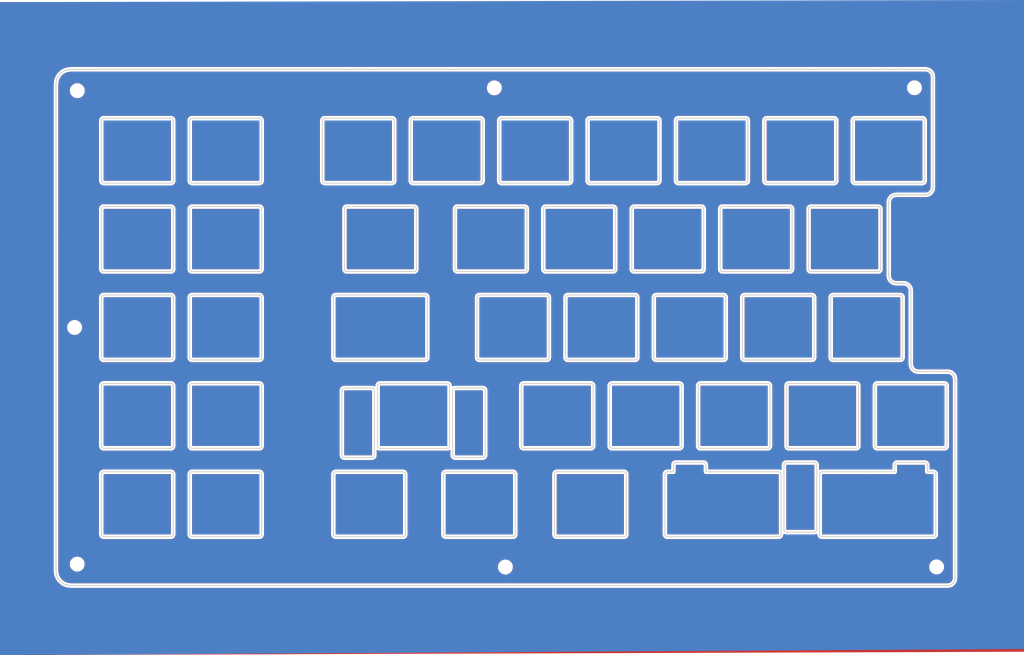
<source format=kicad_pcb>
(kicad_pcb (version 20171130) (host pcbnew "(6.0.0-rc1-dev-1292-gca2390e4f)")
  (layers (0 F.Cu signal) (31 B.Cu signal) (34 B.Paste user) (35 F.Paste user) (36 B.SilkS user) (37 F.SilkS user) (38 B.Mask user) (39 F.Mask user) (44 Edge.Cuts user))
  (net 0 "")
  (module Mounting_Holes:MountingHole_2.2mm_M2 (layer F.Cu) (at 22.21 21.06)
    (fp_text reference REF** hide)
    (fp_text value MountingHole_2.2mm_M2 hide)
    (pad 1 np_thru_hole circle (at 0 0) (size 2.2 2.2) (drill 2.2) (layers *.Cu *.Mask))
  )
  (module Mounting_Holes:MountingHole_2.2mm_M2 (layer F.Cu) (at 21.62 72.08)
    (fp_text reference REF** hide)
    (fp_text value MountingHole_2.2mm_M2 hide)
    (pad 1 np_thru_hole circle (at 0 0) (size 2.2 2.2) (drill 2.2) (layers *.Cu *.Mask))
  )
  (module Mounting_Holes:MountingHole_2.2mm_M2 (layer F.Cu) (at 22.19 123.07)
    (fp_text reference REF** hide)
    (fp_text value MountingHole_2.2mm_M2 hide)
    (pad 1 np_thru_hole circle (at 0 0) (size 2.2 2.2) (drill 2.2) (layers *.Cu *.Mask))
  )
  (module Mounting_Holes:MountingHole_2.2mm_M2 (layer F.Cu) (at 114.4525 123.7)
    (fp_text reference REF** hide)
    (fp_text value MountingHole_2.2mm_M2 hide)
    (pad 1 np_thru_hole circle (at 0 0) (size 2.2 2.2) (drill 2.2) (layers *.Cu *.Mask))
  )
  (module Mounting_Holes:MountingHole_2.2mm_M2 (layer F.Cu) (at 207.365 123.68)
    (fp_text reference REF** hide)
    (fp_text value MountingHole_2.2mm_M2 hide)
    (pad 1 np_thru_hole circle (at 0 0) (size 2.2 2.2) (drill 2.2) (layers *.Cu *.Mask))
  )
  (module Mounting_Holes:MountingHole_2.2mm_M2 (layer F.Cu) (at 202.595 20.43)
    (fp_text reference REF** hide)
    (fp_text value MountingHole_2.2mm_M2 hide)
    (pad 1 np_thru_hole circle (at 0 0) (size 2.2 2.2) (drill 2.2) (layers *.Cu *.Mask))
  )
  (module Mounting_Holes:MountingHole_2.2mm_M2 (layer F.Cu) (at 112.0725 20.45)
    (fp_text reference REF** hide)
    (fp_text value MountingHole_2.2mm_M2 hide)
    (pad 1 np_thru_hole circle (at 0 0) (size 2.2 2.2) (drill 2.2) (layers *.Cu *.Mask))
  )
  (gr_curve (pts (xy 42.882376 103.675008) (xy 42.882376 103.398866) (xy 42.658518 103.175008) (xy 42.382376 103.175008)) (layer Edge.Cuts) (width 0.2))
  (gr_curve (pts (xy 61.932376 103.675008) (xy 61.932376 103.398866) (xy 61.708518 103.175008) (xy 61.432376 103.175008)) (layer Edge.Cuts) (width 0.2))
  (gr_curve (pts (xy 42.882376 84.625008) (xy 42.882376 84.348866) (xy 42.658518 84.125008) (xy 42.382376 84.125008)) (layer Edge.Cuts) (width 0.2))
  (gr_curve (pts (xy 61.932376 84.625008) (xy 61.932376 84.348866) (xy 61.708518 84.125008) (xy 61.432376 84.125008)) (layer Edge.Cuts) (width 0.2))
  (gr_curve (pts (xy 42.882376 65.575008) (xy 42.882376 65.298866) (xy 42.658518 65.075008) (xy 42.382376 65.075008)) (layer Edge.Cuts) (width 0.2))
  (gr_curve (pts (xy 61.932376 65.575008) (xy 61.932376 65.298866) (xy 61.708518 65.075008) (xy 61.432376 65.075008)) (layer Edge.Cuts) (width 0.2))
  (gr_curve (pts (xy 42.882376 46.525008) (xy 42.882376 46.248866) (xy 42.658518 46.025008) (xy 42.382376 46.025008)) (layer Edge.Cuts) (width 0.2))
  (gr_curve (pts (xy 61.932376 46.525008) (xy 61.932376 46.248866) (xy 61.708518 46.025008) (xy 61.432376 46.025008)) (layer Edge.Cuts) (width 0.2))
  (gr_curve (pts (xy 42.882376 27.475008) (xy 42.882376 27.198866) (xy 42.658518 26.975008) (xy 42.382376 26.975008)) (layer Edge.Cuts) (width 0.2))
  (gr_line (start 27.882376 103.175008) (end 42.382376 103.175008) (layer Edge.Cuts) (width 0.2))
  (gr_line (start 46.932376 103.175008) (end 61.432376 103.175008) (layer Edge.Cuts) (width 0.2))
  (gr_line (start 27.882376 84.125008) (end 42.382376 84.125008) (layer Edge.Cuts) (width 0.2))
  (gr_line (start 46.932376 84.125008) (end 61.432376 84.125008) (layer Edge.Cuts) (width 0.2))
  (gr_line (start 27.882376 65.075008) (end 42.382376 65.075008) (layer Edge.Cuts) (width 0.2))
  (gr_line (start 46.932376 65.075008) (end 61.432376 65.075008) (layer Edge.Cuts) (width 0.2))
  (gr_line (start 27.882376 46.025008) (end 42.382376 46.025008) (layer Edge.Cuts) (width 0.2))
  (gr_line (start 46.932376 46.025008) (end 61.432376 46.025008) (layer Edge.Cuts) (width 0.2))
  (gr_line (start 27.882376 26.975008) (end 42.382376 26.975008) (layer Edge.Cuts) (width 0.2))
  (gr_line (start 42.882376 103.675008) (end 42.882376 116.675008) (layer Edge.Cuts) (width 0.2))
  (gr_line (start 61.932376 103.675008) (end 61.932376 116.675008) (layer Edge.Cuts) (width 0.2))
  (gr_line (start 42.882376 84.625008) (end 42.882376 97.625008) (layer Edge.Cuts) (width 0.2))
  (gr_line (start 61.932376 84.625008) (end 61.932376 97.625008) (layer Edge.Cuts) (width 0.2))
  (gr_line (start 42.882376 65.575008) (end 42.882376 78.575008) (layer Edge.Cuts) (width 0.2))
  (gr_line (start 61.932376 65.575008) (end 61.932376 78.575008) (layer Edge.Cuts) (width 0.2))
  (gr_line (start 42.882376 46.525008) (end 42.882376 59.525008) (layer Edge.Cuts) (width 0.2))
  (gr_line (start 61.932376 46.525008) (end 61.932376 59.525008) (layer Edge.Cuts) (width 0.2))
  (gr_line (start 42.882376 27.475008) (end 42.882376 40.475008) (layer Edge.Cuts) (width 0.2))
  (gr_line (start 27.382376 103.675008) (end 27.382376 116.675008) (layer Edge.Cuts) (width 0.2))
  (gr_line (start 46.432376 103.675008) (end 46.432376 116.675008) (layer Edge.Cuts) (width 0.2))
  (gr_line (start 27.382376 84.625008) (end 27.382376 97.625008) (layer Edge.Cuts) (width 0.2))
  (gr_line (start 46.432376 84.625008) (end 46.432376 97.625008) (layer Edge.Cuts) (width 0.2))
  (gr_line (start 27.382376 65.575008) (end 27.382376 78.575008) (layer Edge.Cuts) (width 0.2))
  (gr_line (start 46.432376 65.575008) (end 46.432376 78.575008) (layer Edge.Cuts) (width 0.2))
  (gr_line (start 27.382376 46.525008) (end 27.382376 59.525008) (layer Edge.Cuts) (width 0.2))
  (gr_line (start 46.432376 46.525008) (end 46.432376 59.525008) (layer Edge.Cuts) (width 0.2))
  (gr_line (start 27.382376 27.475008) (end 27.382376 40.475008) (layer Edge.Cuts) (width 0.2))
  (gr_curve (pts (xy 42.382376 117.175008) (xy 42.658518 117.175008) (xy 42.882376 116.951151) (xy 42.882376 116.675008)) (layer Edge.Cuts) (width 0.2))
  (gr_curve (pts (xy 61.432376 117.175008) (xy 61.708518 117.175008) (xy 61.932376 116.951151) (xy 61.932376 116.675008)) (layer Edge.Cuts) (width 0.2))
  (gr_curve (pts (xy 42.382376 98.125008) (xy 42.658518 98.125008) (xy 42.882376 97.901151) (xy 42.882376 97.625008)) (layer Edge.Cuts) (width 0.2))
  (gr_curve (pts (xy 61.432376 98.125008) (xy 61.708518 98.125008) (xy 61.932376 97.901151) (xy 61.932376 97.625008)) (layer Edge.Cuts) (width 0.2))
  (gr_curve (pts (xy 42.382376 79.075008) (xy 42.658518 79.075008) (xy 42.882376 78.851151) (xy 42.882376 78.575008)) (layer Edge.Cuts) (width 0.2))
  (gr_curve (pts (xy 61.432376 79.075008) (xy 61.708518 79.075008) (xy 61.932376 78.851151) (xy 61.932376 78.575008)) (layer Edge.Cuts) (width 0.2))
  (gr_curve (pts (xy 42.382376 60.025008) (xy 42.658518 60.025008) (xy 42.882376 59.801151) (xy 42.882376 59.525008)) (layer Edge.Cuts) (width 0.2))
  (gr_curve (pts (xy 61.432376 60.025008) (xy 61.708518 60.025008) (xy 61.932376 59.801151) (xy 61.932376 59.525008)) (layer Edge.Cuts) (width 0.2))
  (gr_curve (pts (xy 42.382376 40.975008) (xy 42.658518 40.975008) (xy 42.882376 40.751151) (xy 42.882376 40.475008)) (layer Edge.Cuts) (width 0.2))
  (gr_curve (pts (xy 27.382376 116.675008) (xy 27.382376 116.951151) (xy 27.606233 117.175008) (xy 27.882376 117.175008)) (layer Edge.Cuts) (width 0.2))
  (gr_curve (pts (xy 46.432376 116.675008) (xy 46.432376 116.951151) (xy 46.656233 117.175008) (xy 46.932376 117.175008)) (layer Edge.Cuts) (width 0.2))
  (gr_curve (pts (xy 27.382376 97.625008) (xy 27.382376 97.901151) (xy 27.606233 98.125008) (xy 27.882376 98.125008)) (layer Edge.Cuts) (width 0.2))
  (gr_curve (pts (xy 46.432376 97.625008) (xy 46.432376 97.901151) (xy 46.656233 98.125008) (xy 46.932376 98.125008)) (layer Edge.Cuts) (width 0.2))
  (gr_curve (pts (xy 27.382376 78.575008) (xy 27.382376 78.851151) (xy 27.606233 79.075008) (xy 27.882376 79.075008)) (layer Edge.Cuts) (width 0.2))
  (gr_curve (pts (xy 46.432376 78.575008) (xy 46.432376 78.851151) (xy 46.656233 79.075008) (xy 46.932376 79.075008)) (layer Edge.Cuts) (width 0.2))
  (gr_curve (pts (xy 27.382376 59.525008) (xy 27.382376 59.801151) (xy 27.606233 60.025008) (xy 27.882376 60.025008)) (layer Edge.Cuts) (width 0.2))
  (gr_curve (pts (xy 46.432376 59.525008) (xy 46.432376 59.801151) (xy 46.656233 60.025008) (xy 46.932376 60.025008)) (layer Edge.Cuts) (width 0.2))
  (gr_curve (pts (xy 27.382376 40.475008) (xy 27.382376 40.751151) (xy 27.606233 40.975008) (xy 27.882376 40.975008)) (layer Edge.Cuts) (width 0.2))
  (gr_curve (pts (xy 27.882376 103.175008) (xy 27.606233 103.175008) (xy 27.382376 103.398866) (xy 27.382376 103.675008)) (layer Edge.Cuts) (width 0.2))
  (gr_curve (pts (xy 46.932376 103.175008) (xy 46.656233 103.175008) (xy 46.432376 103.398866) (xy 46.432376 103.675008)) (layer Edge.Cuts) (width 0.2))
  (gr_curve (pts (xy 27.882376 84.125008) (xy 27.606233 84.125008) (xy 27.382376 84.348866) (xy 27.382376 84.625008)) (layer Edge.Cuts) (width 0.2))
  (gr_curve (pts (xy 46.932376 84.125008) (xy 46.656233 84.125008) (xy 46.432376 84.348866) (xy 46.432376 84.625008)) (layer Edge.Cuts) (width 0.2))
  (gr_curve (pts (xy 27.882376 65.075008) (xy 27.606233 65.075008) (xy 27.382376 65.298866) (xy 27.382376 65.575008)) (layer Edge.Cuts) (width 0.2))
  (gr_curve (pts (xy 46.932376 65.075008) (xy 46.656233 65.075008) (xy 46.432376 65.298866) (xy 46.432376 65.575008)) (layer Edge.Cuts) (width 0.2))
  (gr_curve (pts (xy 27.882376 46.025008) (xy 27.606233 46.025008) (xy 27.382376 46.248866) (xy 27.382376 46.525008)) (layer Edge.Cuts) (width 0.2))
  (gr_curve (pts (xy 46.932376 46.025008) (xy 46.656233 46.025008) (xy 46.432376 46.248866) (xy 46.432376 46.525008)) (layer Edge.Cuts) (width 0.2))
  (gr_curve (pts (xy 27.882376 26.975008) (xy 27.606233 26.975008) (xy 27.382376 27.198866) (xy 27.382376 27.475008)) (layer Edge.Cuts) (width 0.2))
  (gr_line (start 27.882376 117.175008) (end 42.382376 117.175008) (layer Edge.Cuts) (width 0.2))
  (gr_line (start 46.932376 117.175008) (end 61.432376 117.175008) (layer Edge.Cuts) (width 0.2))
  (gr_line (start 27.882376 98.125008) (end 42.382376 98.125008) (layer Edge.Cuts) (width 0.2))
  (gr_line (start 46.932376 98.125008) (end 61.432376 98.125008) (layer Edge.Cuts) (width 0.2))
  (gr_line (start 27.882376 79.075008) (end 42.382376 79.075008) (layer Edge.Cuts) (width 0.2))
  (gr_line (start 46.932376 79.075008) (end 61.432376 79.075008) (layer Edge.Cuts) (width 0.2))
  (gr_line (start 27.882376 60.025008) (end 42.382376 60.025008) (layer Edge.Cuts) (width 0.2))
  (gr_line (start 46.932376 60.025008) (end 61.432376 60.025008) (layer Edge.Cuts) (width 0.2))
  (gr_line (start 27.882376 40.975008) (end 42.382376 40.975008) (layer Edge.Cuts) (width 0.2))
  (gr_line (start 46.932376 40.975008) (end 61.432376 40.975008) (layer Edge.Cuts) (width 0.2))
  (gr_line (start 46.432376 27.475008) (end 46.432376 40.475008) (layer Edge.Cuts) (width 0.2))
  (gr_curve (pts (xy 61.932376 27.475008) (xy 61.932376 27.198866) (xy 61.708518 26.975008) (xy 61.432376 26.975008)) (layer Edge.Cuts) (width 0.2))
  (gr_line (start 61.932376 27.475008) (end 61.932376 40.475008) (layer Edge.Cuts) (width 0.2))
  (gr_line (start 46.932376 26.975008) (end 61.432376 26.975008) (layer Edge.Cuts) (width 0.2))
  (gr_curve (pts (xy 46.432376 40.475008) (xy 46.432376 40.751151) (xy 46.656233 40.975008) (xy 46.932376 40.975008)) (layer Edge.Cuts) (width 0.2))
  (gr_curve (pts (xy 46.932376 26.975008) (xy 46.656233 26.975008) (xy 46.432376 27.198866) (xy 46.432376 27.475008)) (layer Edge.Cuts) (width 0.2))
  (gr_curve (pts (xy 61.432376 40.975008) (xy 61.708518 40.975008) (xy 61.932376 40.751151) (xy 61.932376 40.475008)) (layer Edge.Cuts) (width 0.2))
  (gr_curve (pts (xy 90.007376 40.975008) (xy 90.283518 40.975008) (xy 90.507376 40.751151) (xy 90.507376 40.475008)) (layer Edge.Cuts) (width 0.2))
  (gr_line (start 94.557376 26.975008) (end 109.057376 26.975008) (layer Edge.Cuts) (width 0.2))
  (gr_line (start 166.707376 27.475008) (end 166.707376 40.475008) (layer Edge.Cuts) (width 0.2))
  (gr_line (start 151.207376 27.475008) (end 151.207376 40.475008) (layer Edge.Cuts) (width 0.2))
  (gr_curve (pts (xy 132.157376 40.475008) (xy 132.157376 40.751151) (xy 132.381233 40.975008) (xy 132.657376 40.975008)) (layer Edge.Cuts) (width 0.2))
  (gr_line (start 132.657376 40.975008) (end 147.157376 40.975008) (layer Edge.Cuts) (width 0.2))
  (gr_curve (pts (xy 96.401125 79.075009) (xy 96.401125 79.075009) (xy 97.151122 79.075009) (xy 97.151122 79.075009)) (layer Edge.Cuts) (width 0.2))
  (gr_curve (pts (xy 92.388622 79.075009) (xy 92.388622 79.075009) (xy 96.401125 79.075009) (xy 96.401125 79.075009)) (layer Edge.Cuts) (width 0.2))
  (gr_curve (pts (xy 91.638625 79.075009) (xy 91.638625 79.075009) (xy 92.388622 79.075009) (xy 92.388622 79.075009)) (layer Edge.Cuts) (width 0.2))
  (gr_curve (pts (xy 83.401122 79.075009) (xy 83.401122 79.075009) (xy 91.638625 79.075009) (xy 91.638625 79.075009)) (layer Edge.Cuts) (width 0.2))
  (gr_curve (pts (xy 82.651124 79.075009) (xy 82.651124 79.075009) (xy 83.401122 79.075009) (xy 83.401122 79.075009)) (layer Edge.Cuts) (width 0.2))
  (gr_curve (pts (xy 78.638622 79.075009) (xy 78.638622 79.075009) (xy 82.651124 79.075009) (xy 82.651124 79.075009)) (layer Edge.Cuts) (width 0.2))
  (gr_curve (pts (xy 77.888624 79.075009) (xy 77.888624 79.075009) (xy 78.638622 79.075009) (xy 78.638622 79.075009)) (layer Edge.Cuts) (width 0.2))
  (gr_curve (pts (xy 77.388633 78.575018) (xy 77.388633 78.851142) (xy 77.612478 79.075009) (xy 77.888624 79.075009)) (layer Edge.Cuts) (width 0.2))
  (gr_curve (pts (xy 77.388633 65.575015) (xy 77.388633 65.575015) (xy 77.388633 78.575018) (xy 77.388633 78.575018)) (layer Edge.Cuts) (width 0.2))
  (gr_curve (pts (xy 77.888624 65.075002) (xy 77.612478 65.075002) (xy 77.388633 65.298869) (xy 77.388633 65.575015)) (layer Edge.Cuts) (width 0.2))
  (gr_curve (pts (xy 78.638622 65.075002) (xy 78.638622 65.075002) (xy 77.888624 65.075002) (xy 77.888624 65.075002)) (layer Edge.Cuts) (width 0.2))
  (gr_curve (pts (xy 82.651124 65.075002) (xy 82.651124 65.075002) (xy 78.638622 65.075002) (xy 78.638622 65.075002)) (layer Edge.Cuts) (width 0.2))
  (gr_curve (pts (xy 83.401122 65.075002) (xy 83.401122 65.075002) (xy 82.651124 65.075002) (xy 82.651124 65.075002)) (layer Edge.Cuts) (width 0.2))
  (gr_curve (pts (xy 91.638625 65.075002) (xy 91.638625 65.075002) (xy 83.401122 65.075002) (xy 83.401122 65.075002)) (layer Edge.Cuts) (width 0.2))
  (gr_curve (pts (xy 92.388622 65.075002) (xy 92.388622 65.075002) (xy 91.638625 65.075002) (xy 91.638625 65.075002)) (layer Edge.Cuts) (width 0.2))
  (gr_curve (pts (xy 96.401125 65.075002) (xy 96.401125 65.075002) (xy 92.388622 65.075002) (xy 92.388622 65.075002)) (layer Edge.Cuts) (width 0.2))
  (gr_curve (pts (xy 97.151122 65.075002) (xy 97.151122 65.075002) (xy 96.401125 65.075002) (xy 96.401125 65.075002)) (layer Edge.Cuts) (width 0.2))
  (gr_curve (pts (xy 173.351086 117.17781) (xy 173.351086 117.17781) (xy 173.351086 117.17781) (xy 173.351086 117.17781)) (layer Edge.Cuts) (width 0.2))
  (gr_curve (pts (xy 101.913626 98.127803) (xy 102.189768 98.127803) (xy 102.413626 97.903946) (xy 102.413626 97.627803)) (layer Edge.Cuts) (width 0.2))
  (gr_curve (pts (xy 86.913626 97.627803) (xy 86.913626 97.903946) (xy 87.137483 98.127803) (xy 87.413626 98.127803)) (layer Edge.Cuts) (width 0.2))
  (gr_curve (pts (xy 102.413626 84.627803) (xy 102.413626 84.351661) (xy 102.189768 84.127803) (xy 101.913626 84.127803)) (layer Edge.Cuts) (width 0.2))
  (gr_curve (pts (xy 87.413626 84.127803) (xy 87.137483 84.127803) (xy 86.913626 84.351661) (xy 86.913626 84.627803)) (layer Edge.Cuts) (width 0.2))
  (gr_line (start 102.413626 84.627803) (end 102.413626 97.627803) (layer Edge.Cuts) (width 0.2))
  (gr_line (start 86.913626 84.627803) (end 86.913626 97.627803) (layer Edge.Cuts) (width 0.2))
  (gr_line (start 87.413626 98.127803) (end 101.913626 98.127803) (layer Edge.Cuts) (width 0.2))
  (gr_line (start 87.413626 84.127803) (end 101.913626 84.127803) (layer Edge.Cuts) (width 0.2))
  (gr_curve (pts (xy 92.388626 117.177853) (xy 92.664768 117.177853) (xy 92.888626 116.953995) (xy 92.888626 116.677853)) (layer Edge.Cuts) (width 0.2))
  (gr_curve (pts (xy 77.388626 116.677853) (xy 77.388626 116.953995) (xy 77.612483 117.177853) (xy 77.888626 117.177853)) (layer Edge.Cuts) (width 0.2))
  (gr_curve (pts (xy 92.888626 103.677853) (xy 92.888626 103.40171) (xy 92.664768 103.177853) (xy 92.388626 103.177853)) (layer Edge.Cuts) (width 0.2))
  (gr_curve (pts (xy 77.888626 103.177853) (xy 77.612483 103.177853) (xy 77.388626 103.40171) (xy 77.388626 103.677853)) (layer Edge.Cuts) (width 0.2))
  (gr_line (start 92.888626 103.677853) (end 92.888626 116.677853) (layer Edge.Cuts) (width 0.2))
  (gr_line (start 77.388626 103.677853) (end 77.388626 116.677853) (layer Edge.Cuts) (width 0.2))
  (gr_line (start 77.888626 117.177853) (end 92.388626 117.177853) (layer Edge.Cuts) (width 0.2))
  (gr_line (start 147.657376 27.475008) (end 147.657376 40.475008) (layer Edge.Cuts) (width 0.2))
  (gr_curve (pts (xy 132.657376 26.975008) (xy 132.381233 26.975008) (xy 132.157376 27.198866) (xy 132.157376 27.475008)) (layer Edge.Cuts) (width 0.2))
  (gr_curve (pts (xy 205.939472 117.177767) (xy 205.93917 117.177767) (xy 205.938912 117.177853) (xy 205.93861 117.177853)) (layer Edge.Cuts) (width 0.2))
  (gr_curve (pts (xy 206.688608 117.177767) (xy 206.688608 117.177767) (xy 205.939472 117.177767) (xy 205.939472 117.177767)) (layer Edge.Cuts) (width 0.2))
  (gr_curve (pts (xy 173.851077 116.677797) (xy 173.851077 116.953943) (xy 173.627232 117.17781) (xy 173.351086 117.17781)) (layer Edge.Cuts) (width 0.2))
  (gr_curve (pts (xy 173.851077 103.677794) (xy 173.851077 103.677794) (xy 173.851077 116.677797) (xy 173.851077 116.677797)) (layer Edge.Cuts) (width 0.2))
  (gr_curve (pts (xy 173.351086 103.177803) (xy 173.627232 103.177803) (xy 173.851077 103.40167) (xy 173.851077 103.677794)) (layer Edge.Cuts) (width 0.2))
  (gr_curve (pts (xy 172.601089 103.177803) (xy 172.601089 103.177803) (xy 173.351086 103.177803) (xy 173.351086 103.177803)) (layer Edge.Cuts) (width 0.2))
  (gr_curve (pts (xy 163.826108 103.177803) (xy 163.826108 103.177803) (xy 172.601089 103.177803) (xy 172.601089 103.177803)) (layer Edge.Cuts) (width 0.2))
  (gr_curve (pts (xy 158.851088 103.177803) (xy 158.851088 103.177803) (xy 163.826108 103.177803) (xy 163.826108 103.177803)) (layer Edge.Cuts) (width 0.2))
  (gr_curve (pts (xy 157.66309 103.177803) (xy 157.66309 103.177803) (xy 158.851088 103.177803) (xy 158.851088 103.177803)) (layer Edge.Cuts) (width 0.2))
  (gr_curve (pts (xy 157.66309 101.67783) (xy 157.66309 101.67783) (xy 157.66309 103.177803) (xy 157.66309 103.177803)) (layer Edge.Cuts) (width 0.2))
  (gr_curve (pts (xy 157.163078 101.177839) (xy 157.439224 101.177839) (xy 157.663069 101.401684) (xy 157.66309 101.67783)) (layer Edge.Cuts) (width 0.2))
  (gr_curve (pts (xy 151.163078 101.177839) (xy 151.163078 101.177839) (xy 157.163078 101.177839) (xy 157.163078 101.177839)) (layer Edge.Cuts) (width 0.2))
  (gr_curve (pts (xy 150.663087 101.67783) (xy 150.663087 101.401706) (xy 150.886932 101.177839) (xy 151.163078 101.177839)) (layer Edge.Cuts) (width 0.2))
  (gr_curve (pts (xy 150.663087 103.177803) (xy 150.663087 103.177803) (xy 150.663087 101.67783) (xy 150.663087 101.67783)) (layer Edge.Cuts) (width 0.2))
  (gr_curve (pts (xy 149.32611 103.177803) (xy 149.32611 103.177803) (xy 150.663087 103.177803) (xy 150.663087 103.177803)) (layer Edge.Cuts) (width 0.2))
  (gr_curve (pts (xy 148.826119 103.677794) (xy 148.826119 103.40167) (xy 149.049964 103.177803) (xy 149.32611 103.177803)) (layer Edge.Cuts) (width 0.2))
  (gr_curve (pts (xy 148.826119 116.677797) (xy 148.826119 116.677797) (xy 148.826119 103.677794) (xy 148.826119 103.677794)) (layer Edge.Cuts) (width 0.2))
  (gr_curve (pts (xy 149.32611 117.17781) (xy 149.049964 117.17781) (xy 148.826119 116.953943) (xy 148.826119 116.677797)) (layer Edge.Cuts) (width 0.2))
  (gr_curve (pts (xy 150.075676 117.17781) (xy 150.075676 117.17781) (xy 149.32611 117.17781) (xy 149.32611 117.17781)) (layer Edge.Cuts) (width 0.2))
  (gr_curve (pts (xy 150.076107 117.177853) (xy 150.075956 117.177853) (xy 150.075827 117.17781) (xy 150.075676 117.17781)) (layer Edge.Cuts) (width 0.2))
  (gr_curve (pts (xy 163.07611 117.177853) (xy 163.07611 117.177853) (xy 150.076107 117.177853) (xy 150.076107 117.177853)) (layer Edge.Cuts) (width 0.2))
  (gr_curve (pts (xy 163.07639 117.177831) (xy 163.076304 117.177831) (xy 163.076196 117.177853) (xy 163.07611 117.177853)) (layer Edge.Cuts) (width 0.2))
  (gr_curve (pts (xy 204.851575 101.177796) (xy 205.127721 101.177796) (xy 205.351588 101.401641) (xy 205.351588 101.677787)) (layer Edge.Cuts) (width 0.2))
  (gr_curve (pts (xy 198.851575 101.177796) (xy 198.851575 101.177796) (xy 204.851575 101.177796) (xy 204.851575 101.177796)) (layer Edge.Cuts) (width 0.2))
  (gr_curve (pts (xy 198.351584 101.677808) (xy 198.351584 101.401662) (xy 198.575429 101.177796) (xy 198.851575 101.177796)) (layer Edge.Cuts) (width 0.2))
  (gr_line (start 132.157376 27.475008) (end 132.157376 40.475008) (layer Edge.Cuts) (width 0.2))
  (gr_curve (pts (xy 198.351584 103.177781) (xy 198.351584 103.177781) (xy 198.351584 101.677808) (xy 198.351584 101.677808)) (layer Edge.Cuts) (width 0.2))
  (gr_curve (pts (xy 197.163586 103.177781) (xy 197.163586 103.177781) (xy 198.351584 103.177781) (xy 198.351584 103.177781)) (layer Edge.Cuts) (width 0.2))
  (gr_curve (pts (xy 192.18861 103.177781) (xy 192.18861 103.177781) (xy 197.163586 103.177781) (xy 197.163586 103.177781)) (layer Edge.Cuts) (width 0.2))
  (gr_curve (pts (xy 182.663588 103.177781) (xy 182.663588 103.177781) (xy 192.18861 103.177781) (xy 192.18861 103.177781)) (layer Edge.Cuts) (width 0.2))
  (gr_curve (pts (xy 182.163576 103.677772) (xy 182.163576 103.401627) (xy 182.387442 103.177781) (xy 182.663588 103.177781)) (layer Edge.Cuts) (width 0.2))
  (gr_curve (pts (xy 182.163576 116.677776) (xy 182.163576 116.677776) (xy 182.163576 103.677772) (xy 182.163576 103.677772)) (layer Edge.Cuts) (width 0.2))
  (gr_curve (pts (xy 182.663588 117.177767) (xy 182.387442 117.177767) (xy 182.163576 116.953922) (xy 182.163576 116.677776)) (layer Edge.Cuts) (width 0.2))
  (gr_curve (pts (xy 183.412961 117.177767) (xy 183.412961 117.177767) (xy 182.663588 117.177767) (xy 182.663588 117.177767)) (layer Edge.Cuts) (width 0.2))
  (gr_curve (pts (xy 183.413607 117.177831) (xy 183.413392 117.177831) (xy 183.413176 117.177767) (xy 183.412961 117.177767)) (layer Edge.Cuts) (width 0.2))
  (gr_curve (pts (xy 192.938241 117.17781) (xy 192.938241 117.17781) (xy 183.413607 117.177831) (xy 183.413607 117.177831)) (layer Edge.Cuts) (width 0.2))
  (gr_curve (pts (xy 192.938607 117.177853) (xy 192.938478 117.177853) (xy 192.93837 117.17781) (xy 192.938241 117.17781)) (layer Edge.Cuts) (width 0.2))
  (gr_curve (pts (xy 205.93861 117.177853) (xy 205.93861 117.177853) (xy 192.938607 117.177853) (xy 192.938607 117.177853)) (layer Edge.Cuts) (width 0.2))
  (gr_curve (pts (xy 147.157376 40.975008) (xy 147.433518 40.975008) (xy 147.657376 40.751151) (xy 147.657376 40.475008)) (layer Edge.Cuts) (width 0.2))
  (gr_curve (pts (xy 103.101626 99.627803) (xy 103.101626 99.903946) (xy 103.325483 100.127803) (xy 103.601626 100.127803)) (layer Edge.Cuts) (width 0.2))
  (gr_curve (pts (xy 110.101626 85.627803) (xy 110.101626 85.351661) (xy 109.877768 85.127803) (xy 109.601626 85.127803)) (layer Edge.Cuts) (width 0.2))
  (gr_curve (pts (xy 103.601626 85.127803) (xy 103.325483 85.127803) (xy 103.101626 85.351661) (xy 103.101626 85.627803)) (layer Edge.Cuts) (width 0.2))
  (gr_line (start 110.101626 85.627803) (end 110.101626 99.627803) (layer Edge.Cuts) (width 0.2))
  (gr_line (start 103.101626 85.627803) (end 103.101626 99.627803) (layer Edge.Cuts) (width 0.2))
  (gr_line (start 103.601626 100.127803) (end 109.601626 100.127803) (layer Edge.Cuts) (width 0.2))
  (gr_line (start 103.601626 85.127803) (end 109.601626 85.127803) (layer Edge.Cuts) (width 0.2))
  (gr_curve (pts (xy 132.869876 98.125008) (xy 133.146018 98.125008) (xy 133.369876 97.901151) (xy 133.369876 97.625008)) (layer Edge.Cuts) (width 0.2))
  (gr_curve (pts (xy 117.869876 97.625008) (xy 117.869876 97.901151) (xy 118.093733 98.125008) (xy 118.369876 98.125008)) (layer Edge.Cuts) (width 0.2))
  (gr_curve (pts (xy 133.369876 84.625008) (xy 133.369876 84.348866) (xy 133.146018 84.125008) (xy 132.869876 84.125008)) (layer Edge.Cuts) (width 0.2))
  (gr_curve (pts (xy 118.369876 84.125008) (xy 118.093733 84.125008) (xy 117.869876 84.348866) (xy 117.869876 84.625008)) (layer Edge.Cuts) (width 0.2))
  (gr_line (start 133.369876 84.625008) (end 133.369876 97.625008) (layer Edge.Cuts) (width 0.2))
  (gr_line (start 117.869876 84.625008) (end 117.869876 97.625008) (layer Edge.Cuts) (width 0.2))
  (gr_line (start 118.369876 98.125008) (end 132.869876 98.125008) (layer Edge.Cuts) (width 0.2))
  (gr_line (start 118.369876 84.125008) (end 132.869876 84.125008) (layer Edge.Cuts) (width 0.2))
  (gr_curve (pts (xy 199.544876 79.075008) (xy 199.821018 79.075008) (xy 200.044876 78.851151) (xy 200.044876 78.575008)) (layer Edge.Cuts) (width 0.2))
  (gr_curve (pts (xy 184.544876 78.575008) (xy 184.544876 78.851151) (xy 184.768733 79.075008) (xy 185.044876 79.075008)) (layer Edge.Cuts) (width 0.2))
  (gr_curve (pts (xy 157.182376 46.525008) (xy 157.182376 46.248866) (xy 156.958518 46.025008) (xy 156.682376 46.025008)) (layer Edge.Cuts) (width 0.2))
  (gr_curve (pts (xy 142.182376 46.025008) (xy 141.906233 46.025008) (xy 141.682376 46.248866) (xy 141.682376 46.525008)) (layer Edge.Cuts) (width 0.2))
  (gr_line (start 157.182376 46.525008) (end 157.182376 59.525008) (layer Edge.Cuts) (width 0.2))
  (gr_line (start 141.682376 46.525008) (end 141.682376 59.525008) (layer Edge.Cuts) (width 0.2))
  (gr_line (start 142.182376 60.025008) (end 156.682376 60.025008) (layer Edge.Cuts) (width 0.2))
  (gr_line (start 142.182376 46.025008) (end 156.682376 46.025008) (layer Edge.Cuts) (width 0.2))
  (gr_curve (pts (xy 137.632376 60.025008) (xy 137.908518 60.025008) (xy 138.132376 59.801151) (xy 138.132376 59.525008)) (layer Edge.Cuts) (width 0.2))
  (gr_curve (pts (xy 122.632376 59.525008) (xy 122.632376 59.801151) (xy 122.856233 60.025008) (xy 123.132376 60.025008)) (layer Edge.Cuts) (width 0.2))
  (gr_curve (pts (xy 138.132376 46.525008) (xy 138.132376 46.248866) (xy 137.908518 46.025008) (xy 137.632376 46.025008)) (layer Edge.Cuts) (width 0.2))
  (gr_curve (pts (xy 123.132376 46.025008) (xy 122.856233 46.025008) (xy 122.632376 46.248866) (xy 122.632376 46.525008)) (layer Edge.Cuts) (width 0.2))
  (gr_line (start 138.132376 46.525008) (end 138.132376 59.525008) (layer Edge.Cuts) (width 0.2))
  (gr_line (start 122.632376 46.525008) (end 122.632376 59.525008) (layer Edge.Cuts) (width 0.2))
  (gr_line (start 123.132376 60.025008) (end 137.632376 60.025008) (layer Edge.Cuts) (width 0.2))
  (gr_line (start 123.132376 46.025008) (end 137.632376 46.025008) (layer Edge.Cuts) (width 0.2))
  (gr_curve (pts (xy 94.769876 60.025008) (xy 95.046018 60.025008) (xy 95.269876 59.801151) (xy 95.269876 59.525008)) (layer Edge.Cuts) (width 0.2))
  (gr_curve (pts (xy 79.769876 59.525008) (xy 79.769876 59.801151) (xy 79.993733 60.025008) (xy 80.269876 60.025008)) (layer Edge.Cuts) (width 0.2))
  (gr_curve (pts (xy 95.269876 46.525008) (xy 95.269876 46.248866) (xy 95.046018 46.025008) (xy 94.769876 46.025008)) (layer Edge.Cuts) (width 0.2))
  (gr_curve (pts (xy 209.069876 98.125008) (xy 209.346018 98.125008) (xy 209.569876 97.901151) (xy 209.569876 97.625008)) (layer Edge.Cuts) (width 0.2))
  (gr_curve (pts (xy 194.069876 97.625008) (xy 194.069876 97.901151) (xy 194.293733 98.125008) (xy 194.569876 98.125008)) (layer Edge.Cuts) (width 0.2))
  (gr_curve (pts (xy 209.569876 84.625008) (xy 209.569876 84.348866) (xy 209.346018 84.125008) (xy 209.069876 84.125008)) (layer Edge.Cuts) (width 0.2))
  (gr_curve (pts (xy 194.569876 84.125008) (xy 194.293733 84.125008) (xy 194.069876 84.348866) (xy 194.069876 84.625008)) (layer Edge.Cuts) (width 0.2))
  (gr_line (start 209.569876 84.625008) (end 209.569876 97.625008) (layer Edge.Cuts) (width 0.2))
  (gr_line (start 194.069876 84.625008) (end 194.069876 97.625008) (layer Edge.Cuts) (width 0.2))
  (gr_line (start 194.569876 98.125008) (end 209.069876 98.125008) (layer Edge.Cuts) (width 0.2))
  (gr_line (start 194.569876 84.125008) (end 209.069876 84.125008) (layer Edge.Cuts) (width 0.2))
  (gr_curve (pts (xy 190.019876 98.125008) (xy 190.296018 98.125008) (xy 190.519876 97.901151) (xy 190.519876 97.625008)) (layer Edge.Cuts) (width 0.2))
  (gr_curve (pts (xy 175.019876 97.625008) (xy 175.019876 97.901151) (xy 175.243733 98.125008) (xy 175.519876 98.125008)) (layer Edge.Cuts) (width 0.2))
  (gr_curve (pts (xy 190.519876 84.625008) (xy 190.519876 84.348866) (xy 190.296018 84.125008) (xy 190.019876 84.125008)) (layer Edge.Cuts) (width 0.2))
  (gr_curve (pts (xy 175.519876 84.125008) (xy 175.243733 84.125008) (xy 175.019876 84.348866) (xy 175.019876 84.625008)) (layer Edge.Cuts) (width 0.2))
  (gr_line (start 190.519876 84.625008) (end 190.519876 97.625008) (layer Edge.Cuts) (width 0.2))
  (gr_line (start 175.019876 84.625008) (end 175.019876 97.625008) (layer Edge.Cuts) (width 0.2))
  (gr_line (start 175.519876 98.125008) (end 190.019876 98.125008) (layer Edge.Cuts) (width 0.2))
  (gr_line (start 175.519876 84.125008) (end 190.019876 84.125008) (layer Edge.Cuts) (width 0.2))
  (gr_curve (pts (xy 170.969876 98.125008) (xy 171.246018 98.125008) (xy 171.469876 97.901151) (xy 171.469876 97.625008)) (layer Edge.Cuts) (width 0.2))
  (gr_curve (pts (xy 155.969876 97.625008) (xy 155.969876 97.901151) (xy 156.193733 98.125008) (xy 156.469876 98.125008)) (layer Edge.Cuts) (width 0.2))
  (gr_curve (pts (xy 171.469876 84.625008) (xy 171.469876 84.348866) (xy 171.246018 84.125008) (xy 170.969876 84.125008)) (layer Edge.Cuts) (width 0.2))
  (gr_curve (pts (xy 156.469876 84.125008) (xy 156.193733 84.125008) (xy 155.969876 84.348866) (xy 155.969876 84.625008)) (layer Edge.Cuts) (width 0.2))
  (gr_line (start 171.469876 84.625008) (end 171.469876 97.625008) (layer Edge.Cuts) (width 0.2))
  (gr_line (start 155.969876 84.625008) (end 155.969876 97.625008) (layer Edge.Cuts) (width 0.2))
  (gr_line (start 156.469876 98.125008) (end 170.969876 98.125008) (layer Edge.Cuts) (width 0.2))
  (gr_line (start 156.469876 84.125008) (end 170.969876 84.125008) (layer Edge.Cuts) (width 0.2))
  (gr_curve (pts (xy 151.919876 98.125008) (xy 152.196018 98.125008) (xy 152.419876 97.901151) (xy 152.419876 97.625008)) (layer Edge.Cuts) (width 0.2))
  (gr_curve (pts (xy 136.919876 97.625008) (xy 136.919876 97.901151) (xy 137.143733 98.125008) (xy 137.419876 98.125008)) (layer Edge.Cuts) (width 0.2))
  (gr_curve (pts (xy 152.419876 84.625008) (xy 152.419876 84.348866) (xy 152.196018 84.125008) (xy 151.919876 84.125008)) (layer Edge.Cuts) (width 0.2))
  (gr_curve (pts (xy 137.419876 84.125008) (xy 137.143733 84.125008) (xy 136.919876 84.348866) (xy 136.919876 84.625008)) (layer Edge.Cuts) (width 0.2))
  (gr_line (start 152.419876 84.625008) (end 152.419876 97.625008) (layer Edge.Cuts) (width 0.2))
  (gr_line (start 136.919876 84.625008) (end 136.919876 97.625008) (layer Edge.Cuts) (width 0.2))
  (gr_line (start 137.419876 98.125008) (end 151.919876 98.125008) (layer Edge.Cuts) (width 0.2))
  (gr_line (start 137.419876 84.125008) (end 151.919876 84.125008) (layer Edge.Cuts) (width 0.2))
  (gr_line (start 151.707376 26.975008) (end 166.207376 26.975008) (layer Edge.Cuts) (width 0.2))
  (gr_line (start 181.539104 115.677787) (end 181.53908 101.677787) (layer Edge.Cuts) (width 0.2))
  (gr_line (start 174.975579 101.177798) (end 181.039079 101.177787) (layer Edge.Cuts) (width 0.2))
  (gr_line (start 174.975605 116.177798) (end 181.039105 116.177787) (layer Edge.Cuts) (width 0.2))
  (gr_curve (pts (xy 85.725626 100.127803) (xy 86.001768 100.127803) (xy 86.225626 99.903946) (xy 86.225626 99.627803)) (layer Edge.Cuts) (width 0.2))
  (gr_curve (pts (xy 79.225626 99.627803) (xy 79.225626 99.903946) (xy 79.449483 100.127803) (xy 79.725626 100.127803)) (layer Edge.Cuts) (width 0.2))
  (gr_curve (pts (xy 86.225626 85.627803) (xy 86.225626 85.351661) (xy 86.001768 85.127803) (xy 85.725626 85.127803)) (layer Edge.Cuts) (width 0.2))
  (gr_curve (pts (xy 79.725626 85.127803) (xy 79.449483 85.127803) (xy 79.225626 85.351661) (xy 79.225626 85.627803)) (layer Edge.Cuts) (width 0.2))
  (gr_line (start 86.225626 85.627803) (end 86.225626 99.627803) (layer Edge.Cuts) (width 0.2))
  (gr_line (start 79.225626 85.627803) (end 79.225626 99.627803) (layer Edge.Cuts) (width 0.2))
  (gr_line (start 79.725626 100.127803) (end 85.725626 100.127803) (layer Edge.Cuts) (width 0.2))
  (gr_line (start 79.725626 85.127803) (end 85.725626 85.127803) (layer Edge.Cuts) (width 0.2))
  (gr_curve (pts (xy 109.601626 100.127803) (xy 109.877768 100.127803) (xy 110.101626 99.903946) (xy 110.101626 99.627803)) (layer Edge.Cuts) (width 0.2))
  (gr_curve (pts (xy 147.657376 27.475008) (xy 147.657376 27.198866) (xy 147.433518 26.975008) (xy 147.157376 26.975008)) (layer Edge.Cuts) (width 0.2))
  (gr_line (start 119.082376 46.525008) (end 119.082376 59.525008) (layer Edge.Cuts) (width 0.2))
  (gr_line (start 103.582376 46.525008) (end 103.582376 59.525008) (layer Edge.Cuts) (width 0.2))
  (gr_line (start 104.082376 60.025008) (end 118.582376 60.025008) (layer Edge.Cuts) (width 0.2))
  (gr_line (start 104.082376 46.025008) (end 118.582376 46.025008) (layer Edge.Cuts) (width 0.2))
  (gr_line (start 189.807376 40.975008) (end 204.307376 40.975008) (layer Edge.Cuts) (width 0.2))
  (gr_line (start 189.807376 26.975008) (end 204.307376 26.975008) (layer Edge.Cuts) (width 0.2))
  (gr_curve (pts (xy 207.18862 116.677776) (xy 207.18862 116.953922) (xy 206.964754 117.177767) (xy 206.688608 117.177767)) (layer Edge.Cuts) (width 0.2))
  (gr_curve (pts (xy 207.18862 103.677772) (xy 207.18862 103.677772) (xy 207.18862 116.677776) (xy 207.18862 116.677776)) (layer Edge.Cuts) (width 0.2))
  (gr_curve (pts (xy 206.688608 103.177781) (xy 206.964754 103.177781) (xy 207.18862 103.401627) (xy 207.18862 103.677772)) (layer Edge.Cuts) (width 0.2))
  (gr_curve (pts (xy 205.351588 103.177781) (xy 205.351588 103.177781) (xy 206.688608 103.177781) (xy 206.688608 103.177781)) (layer Edge.Cuts) (width 0.2))
  (gr_curve (pts (xy 205.351588 101.677787) (xy 205.351588 101.677787) (xy 205.351588 103.177781) (xy 205.351588 103.177781)) (layer Edge.Cuts) (width 0.2))
  (gr_curve (pts (xy 166.707376 27.475008) (xy 166.707376 27.198866) (xy 166.483518 26.975008) (xy 166.207376 26.975008)) (layer Edge.Cuts) (width 0.2))
  (gr_curve (pts (xy 151.707376 26.975008) (xy 151.431233 26.975008) (xy 151.207376 27.198866) (xy 151.207376 27.475008)) (layer Edge.Cuts) (width 0.2))
  (gr_curve (pts (xy 166.207376 40.975008) (xy 166.483518 40.975008) (xy 166.707376 40.751151) (xy 166.707376 40.475008)) (layer Edge.Cuts) (width 0.2))
  (gr_curve (pts (xy 151.207376 40.475008) (xy 151.207376 40.751151) (xy 151.431233 40.975008) (xy 151.707376 40.975008)) (layer Edge.Cuts) (width 0.2))
  (gr_curve (pts (xy 80.269876 46.025008) (xy 79.993733 46.025008) (xy 79.769876 46.248866) (xy 79.769876 46.525008)) (layer Edge.Cuts) (width 0.2))
  (gr_line (start 95.269876 46.525008) (end 95.269876 59.525008) (layer Edge.Cuts) (width 0.2))
  (gr_line (start 79.769876 46.525008) (end 79.769876 59.525008) (layer Edge.Cuts) (width 0.2))
  (gr_line (start 80.269876 60.025008) (end 94.769876 60.025008) (layer Edge.Cuts) (width 0.2))
  (gr_line (start 80.269876 46.025008) (end 94.769876 46.025008) (layer Edge.Cuts) (width 0.2))
  (gr_curve (pts (xy 118.582376 60.025008) (xy 118.858518 60.025008) (xy 119.082376 59.801151) (xy 119.082376 59.525008)) (layer Edge.Cuts) (width 0.2))
  (gr_curve (pts (xy 103.582376 59.525008) (xy 103.582376 59.801151) (xy 103.806233 60.025008) (xy 104.082376 60.025008)) (layer Edge.Cuts) (width 0.2))
  (gr_curve (pts (xy 119.082376 46.525008) (xy 119.082376 46.248866) (xy 118.858518 46.025008) (xy 118.582376 46.025008)) (layer Edge.Cuts) (width 0.2))
  (gr_curve (pts (xy 104.082376 46.025008) (xy 103.806233 46.025008) (xy 103.582376 46.248866) (xy 103.582376 46.525008)) (layer Edge.Cuts) (width 0.2))
  (gr_line (start 151.707376 40.975008) (end 166.207376 40.975008) (layer Edge.Cuts) (width 0.2))
  (gr_curve (pts (xy 189.807376 26.975008) (xy 189.531233 26.975008) (xy 189.307376 27.198866) (xy 189.307376 27.475008)) (layer Edge.Cuts) (width 0.2))
  (gr_line (start 204.807376 27.475008) (end 204.807376 40.475008) (layer Edge.Cuts) (width 0.2))
  (gr_line (start 189.307376 27.475008) (end 189.307376 40.475008) (layer Edge.Cuts) (width 0.2))
  (gr_curve (pts (xy 185.257376 40.975008) (xy 185.533518 40.975008) (xy 185.757376 40.751151) (xy 185.757376 40.475008)) (layer Edge.Cuts) (width 0.2))
  (gr_curve (pts (xy 170.257376 40.475008) (xy 170.257376 40.751151) (xy 170.481233 40.975008) (xy 170.757376 40.975008)) (layer Edge.Cuts) (width 0.2))
  (gr_curve (pts (xy 185.757376 27.475008) (xy 185.757376 27.198866) (xy 185.533518 26.975008) (xy 185.257376 26.975008)) (layer Edge.Cuts) (width 0.2))
  (gr_curve (pts (xy 170.757376 26.975008) (xy 170.481233 26.975008) (xy 170.257376 27.198866) (xy 170.257376 27.475008)) (layer Edge.Cuts) (width 0.2))
  (gr_curve (pts (xy 173.351086 117.17781) (xy 173.351086 117.17781) (xy 163.07639 117.177831) (xy 163.07639 117.177831)) (layer Edge.Cuts) (width 0.2))
  (gr_curve (pts (xy 97.651135 65.575015) (xy 97.651135 65.298869) (xy 97.427268 65.075002) (xy 97.151122 65.075002)) (layer Edge.Cuts) (width 0.2))
  (gr_curve (pts (xy 97.651135 78.575018) (xy 97.651135 78.575018) (xy 97.651135 65.575015) (xy 97.651135 65.575015)) (layer Edge.Cuts) (width 0.2))
  (gr_curve (pts (xy 97.151122 79.075009) (xy 97.427268 79.075009) (xy 97.651135 78.851142) (xy 97.651135 78.575018)) (layer Edge.Cuts) (width 0.2))
  (gr_line (start 77.888626 103.177853) (end 92.388626 103.177853) (layer Edge.Cuts) (width 0.2))
  (gr_curve (pts (xy 116.094876 117.177853) (xy 116.371018 117.177853) (xy 116.594876 116.953995) (xy 116.594876 116.677853)) (layer Edge.Cuts) (width 0.2))
  (gr_curve (pts (xy 101.094876 116.677853) (xy 101.094876 116.953995) (xy 101.318733 117.177853) (xy 101.594876 117.177853)) (layer Edge.Cuts) (width 0.2))
  (gr_curve (pts (xy 116.594876 103.677853) (xy 116.594876 103.40171) (xy 116.371018 103.177853) (xy 116.094876 103.177853)) (layer Edge.Cuts) (width 0.2))
  (gr_curve (pts (xy 101.594876 103.177853) (xy 101.318733 103.177853) (xy 101.094876 103.40171) (xy 101.094876 103.677853)) (layer Edge.Cuts) (width 0.2))
  (gr_line (start 116.594876 103.677853) (end 116.594876 116.677853) (layer Edge.Cuts) (width 0.2))
  (gr_line (start 101.094876 103.677853) (end 101.094876 116.677853) (layer Edge.Cuts) (width 0.2))
  (gr_line (start 101.594876 117.177853) (end 116.094876 117.177853) (layer Edge.Cuts) (width 0.2))
  (gr_line (start 101.594876 103.177853) (end 116.094876 103.177853) (layer Edge.Cuts) (width 0.2))
  (gr_curve (pts (xy 140.013626 117.175008) (xy 140.289768 117.175008) (xy 140.513626 116.951151) (xy 140.513626 116.675008)) (layer Edge.Cuts) (width 0.2))
  (gr_curve (pts (xy 125.013626 116.675008) (xy 125.013626 116.951151) (xy 125.237483 117.175008) (xy 125.513626 117.175008)) (layer Edge.Cuts) (width 0.2))
  (gr_curve (pts (xy 140.513626 103.675008) (xy 140.513626 103.398866) (xy 140.289768 103.175008) (xy 140.013626 103.175008)) (layer Edge.Cuts) (width 0.2))
  (gr_curve (pts (xy 125.513626 103.175008) (xy 125.237483 103.175008) (xy 125.013626 103.398866) (xy 125.013626 103.675008)) (layer Edge.Cuts) (width 0.2))
  (gr_line (start 140.513626 103.675008) (end 140.513626 116.675008) (layer Edge.Cuts) (width 0.2))
  (gr_line (start 125.013626 103.675008) (end 125.013626 116.675008) (layer Edge.Cuts) (width 0.2))
  (gr_line (start 125.513626 117.175008) (end 140.013626 117.175008) (layer Edge.Cuts) (width 0.2))
  (gr_line (start 125.513626 103.175008) (end 140.013626 103.175008) (layer Edge.Cuts) (width 0.2))
  (gr_curve (pts (xy 174.47558 101.67784) (xy 174.475579 101.401698) (xy 174.699436 101.17784) (xy 174.975579 101.17784)) (layer Edge.Cuts) (width 0.2))
  (gr_curve (pts (xy 174.975605 116.17784) (xy 174.699463 116.17784) (xy 174.475605 115.953983) (xy 174.475604 115.67784)) (layer Edge.Cuts) (width 0.2))
  (gr_line (start 174.475604 115.67784) (end 174.47558 101.67784) (layer Edge.Cuts) (width 0.2))
  (gr_curve (pts (xy 181.039079 101.177787) (xy 181.315221 101.177787) (xy 181.539079 101.401644) (xy 181.53908 101.677787)) (layer Edge.Cuts) (width 0.2))
  (gr_curve (pts (xy 181.539104 115.677787) (xy 181.539105 115.953929) (xy 181.315247 116.177787) (xy 181.039105 116.177787)) (layer Edge.Cuts) (width 0.2))
  (gr_line (start 185.757376 27.475008) (end 185.757376 40.475008) (layer Edge.Cuts) (width 0.2))
  (gr_line (start 170.257376 27.475008) (end 170.257376 40.475008) (layer Edge.Cuts) (width 0.2))
  (gr_line (start 170.757376 40.975008) (end 185.257376 40.975008) (layer Edge.Cuts) (width 0.2))
  (gr_line (start 170.757376 26.975008) (end 185.257376 26.975008) (layer Edge.Cuts) (width 0.2))
  (gr_curve (pts (xy 204.307376 40.975008) (xy 204.583518 40.975008) (xy 204.807376 40.751151) (xy 204.807376 40.475008)) (layer Edge.Cuts) (width 0.2))
  (gr_curve (pts (xy 189.307376 40.475008) (xy 189.307376 40.751151) (xy 189.531233 40.975008) (xy 189.807376 40.975008)) (layer Edge.Cuts) (width 0.2))
  (gr_curve (pts (xy 204.807376 27.475008) (xy 204.807376 27.198866) (xy 204.583518 26.975008) (xy 204.307376 26.975008)) (layer Edge.Cuts) (width 0.2))
  (gr_line (start 180.994876 65.575008) (end 180.994876 78.575008) (layer Edge.Cuts) (width 0.2))
  (gr_line (start 165.494876 65.575008) (end 165.494876 78.575008) (layer Edge.Cuts) (width 0.2))
  (gr_line (start 165.994876 79.075008) (end 180.494876 79.075008) (layer Edge.Cuts) (width 0.2))
  (gr_line (start 165.994876 65.075008) (end 180.494876 65.075008) (layer Edge.Cuts) (width 0.2))
  (gr_curve (pts (xy 161.444876 79.075008) (xy 161.721018 79.075008) (xy 161.944876 78.851151) (xy 161.944876 78.575008)) (layer Edge.Cuts) (width 0.2))
  (gr_curve (pts (xy 146.444876 78.575008) (xy 146.444876 78.851151) (xy 146.668733 79.075008) (xy 146.944876 79.075008)) (layer Edge.Cuts) (width 0.2))
  (gr_curve (pts (xy 161.944876 65.575008) (xy 161.944876 65.298866) (xy 161.721018 65.075008) (xy 161.444876 65.075008)) (layer Edge.Cuts) (width 0.2))
  (gr_curve (pts (xy 146.944876 65.075008) (xy 146.668733 65.075008) (xy 146.444876 65.298866) (xy 146.444876 65.575008)) (layer Edge.Cuts) (width 0.2))
  (gr_line (start 161.944876 65.575008) (end 161.944876 78.575008) (layer Edge.Cuts) (width 0.2))
  (gr_line (start 146.444876 65.575008) (end 146.444876 78.575008) (layer Edge.Cuts) (width 0.2))
  (gr_line (start 132.657376 26.975008) (end 147.157376 26.975008) (layer Edge.Cuts) (width 0.2))
  (gr_line (start 146.944876 79.075008) (end 161.444876 79.075008) (layer Edge.Cuts) (width 0.2))
  (gr_line (start 146.944876 65.075008) (end 161.444876 65.075008) (layer Edge.Cuts) (width 0.2))
  (gr_curve (pts (xy 142.394876 79.075008) (xy 142.671018 79.075008) (xy 142.894876 78.851151) (xy 142.894876 78.575008)) (layer Edge.Cuts) (width 0.2))
  (gr_curve (pts (xy 127.394876 78.575008) (xy 127.394876 78.851151) (xy 127.618733 79.075008) (xy 127.894876 79.075008)) (layer Edge.Cuts) (width 0.2))
  (gr_curve (pts (xy 142.894876 65.575008) (xy 142.894876 65.298866) (xy 142.671018 65.075008) (xy 142.394876 65.075008)) (layer Edge.Cuts) (width 0.2))
  (gr_curve (pts (xy 127.894876 65.075008) (xy 127.618733 65.075008) (xy 127.394876 65.298866) (xy 127.394876 65.575008)) (layer Edge.Cuts) (width 0.2))
  (gr_line (start 142.894876 65.575008) (end 142.894876 78.575008) (layer Edge.Cuts) (width 0.2))
  (gr_line (start 127.394876 65.575008) (end 127.394876 78.575008) (layer Edge.Cuts) (width 0.2))
  (gr_line (start 127.894876 79.075008) (end 142.394876 79.075008) (layer Edge.Cuts) (width 0.2))
  (gr_line (start 127.894876 65.075008) (end 142.394876 65.075008) (layer Edge.Cuts) (width 0.2))
  (gr_curve (pts (xy 123.344876 79.075008) (xy 123.621018 79.075008) (xy 123.844876 78.851151) (xy 123.844876 78.575008)) (layer Edge.Cuts) (width 0.2))
  (gr_curve (pts (xy 108.344876 78.575008) (xy 108.344876 78.851151) (xy 108.568733 79.075008) (xy 108.844876 79.075008)) (layer Edge.Cuts) (width 0.2))
  (gr_curve (pts (xy 123.844876 65.575008) (xy 123.844876 65.298866) (xy 123.621018 65.075008) (xy 123.344876 65.075008)) (layer Edge.Cuts) (width 0.2))
  (gr_curve (pts (xy 108.844876 65.075008) (xy 108.568733 65.075008) (xy 108.344876 65.298866) (xy 108.344876 65.575008)) (layer Edge.Cuts) (width 0.2))
  (gr_line (start 123.844876 65.575008) (end 123.844876 78.575008) (layer Edge.Cuts) (width 0.2))
  (gr_line (start 108.344876 65.575008) (end 108.344876 78.575008) (layer Edge.Cuts) (width 0.2))
  (gr_line (start 108.844876 79.075008) (end 123.344876 79.075008) (layer Edge.Cuts) (width 0.2))
  (gr_line (start 108.844876 65.075008) (end 123.344876 65.075008) (layer Edge.Cuts) (width 0.2))
  (gr_curve (pts (xy 194.782376 60.025008) (xy 195.058518 60.025008) (xy 195.282376 59.801151) (xy 195.282376 59.525008)) (layer Edge.Cuts) (width 0.2))
  (gr_curve (pts (xy 179.782376 59.525008) (xy 179.782376 59.801151) (xy 180.006233 60.025008) (xy 180.282376 60.025008)) (layer Edge.Cuts) (width 0.2))
  (gr_curve (pts (xy 195.282376 46.525008) (xy 195.282376 46.248866) (xy 195.058518 46.025008) (xy 194.782376 46.025008)) (layer Edge.Cuts) (width 0.2))
  (gr_curve (pts (xy 180.282376 46.025008) (xy 180.006233 46.025008) (xy 179.782376 46.248866) (xy 179.782376 46.525008)) (layer Edge.Cuts) (width 0.2))
  (gr_line (start 195.282376 46.525008) (end 195.282376 59.525008) (layer Edge.Cuts) (width 0.2))
  (gr_line (start 179.782376 46.525008) (end 179.782376 59.525008) (layer Edge.Cuts) (width 0.2))
  (gr_line (start 180.282376 60.025008) (end 194.782376 60.025008) (layer Edge.Cuts) (width 0.2))
  (gr_line (start 180.282376 46.025008) (end 194.782376 46.025008) (layer Edge.Cuts) (width 0.2))
  (gr_curve (pts (xy 175.732376 60.025008) (xy 176.008518 60.025008) (xy 176.232376 59.801151) (xy 176.232376 59.525008)) (layer Edge.Cuts) (width 0.2))
  (gr_curve (pts (xy 160.732376 59.525008) (xy 160.732376 59.801151) (xy 160.956233 60.025008) (xy 161.232376 60.025008)) (layer Edge.Cuts) (width 0.2))
  (gr_curve (pts (xy 176.232376 46.525008) (xy 176.232376 46.248866) (xy 176.008518 46.025008) (xy 175.732376 46.025008)) (layer Edge.Cuts) (width 0.2))
  (gr_curve (pts (xy 161.232376 46.025008) (xy 160.956233 46.025008) (xy 160.732376 46.248866) (xy 160.732376 46.525008)) (layer Edge.Cuts) (width 0.2))
  (gr_line (start 176.232376 46.525008) (end 176.232376 59.525008) (layer Edge.Cuts) (width 0.2))
  (gr_line (start 160.732376 46.525008) (end 160.732376 59.525008) (layer Edge.Cuts) (width 0.2))
  (gr_line (start 161.232376 60.025008) (end 175.732376 60.025008) (layer Edge.Cuts) (width 0.2))
  (gr_line (start 161.232376 46.025008) (end 175.732376 46.025008) (layer Edge.Cuts) (width 0.2))
  (gr_curve (pts (xy 156.682376 60.025008) (xy 156.958518 60.025008) (xy 157.182376 59.801151) (xy 157.182376 59.525008)) (layer Edge.Cuts) (width 0.2))
  (gr_curve (pts (xy 141.682376 59.525008) (xy 141.682376 59.801151) (xy 141.906233 60.025008) (xy 142.182376 60.025008)) (layer Edge.Cuts) (width 0.2))
  (gr_curve (pts (xy 200.044876 65.575008) (xy 200.044876 65.298866) (xy 199.821018 65.075008) (xy 199.544876 65.075008)) (layer Edge.Cuts) (width 0.2))
  (gr_curve (pts (xy 185.044876 65.075008) (xy 184.768733 65.075008) (xy 184.544876 65.298866) (xy 184.544876 65.575008)) (layer Edge.Cuts) (width 0.2))
  (gr_line (start 200.044876 65.575008) (end 200.044876 78.575008) (layer Edge.Cuts) (width 0.2))
  (gr_line (start 184.544876 65.575008) (end 184.544876 78.575008) (layer Edge.Cuts) (width 0.2))
  (gr_line (start 185.044876 79.075008) (end 199.544876 79.075008) (layer Edge.Cuts) (width 0.2))
  (gr_line (start 185.044876 65.075008) (end 199.544876 65.075008) (layer Edge.Cuts) (width 0.2))
  (gr_curve (pts (xy 180.494876 79.075008) (xy 180.771018 79.075008) (xy 180.994876 78.851151) (xy 180.994876 78.575008)) (layer Edge.Cuts) (width 0.2))
  (gr_curve (pts (xy 165.494876 78.575008) (xy 165.494876 78.851151) (xy 165.718733 79.075008) (xy 165.994876 79.075008)) (layer Edge.Cuts) (width 0.2))
  (gr_curve (pts (xy 180.994876 65.575008) (xy 180.994876 65.298866) (xy 180.771018 65.075008) (xy 180.494876 65.075008)) (layer Edge.Cuts) (width 0.2))
  (gr_curve (pts (xy 165.994876 65.075008) (xy 165.718733 65.075008) (xy 165.494876 65.298866) (xy 165.494876 65.575008)) (layer Edge.Cuts) (width 0.2))
  (gr_curve (pts (xy 113.107376 40.475008) (xy 113.107376 40.751151) (xy 113.331233 40.975008) (xy 113.607376 40.975008)) (layer Edge.Cuts) (width 0.2))
  (gr_curve (pts (xy 94.557376 26.975008) (xy 94.281233 26.975008) (xy 94.057376 27.198866) (xy 94.057376 27.475008)) (layer Edge.Cuts) (width 0.2))
  (gr_curve (pts (xy 75.507376 26.975008) (xy 75.231233 26.975008) (xy 75.007376 27.198866) (xy 75.007376 27.475008)) (layer Edge.Cuts) (width 0.2))
  (gr_curve (pts (xy 75.007376 40.475008) (xy 75.007376 40.751151) (xy 75.231233 40.975008) (xy 75.507376 40.975008)) (layer Edge.Cuts) (width 0.2))
  (gr_line (start 75.507376 26.975008) (end 90.007376 26.975008) (layer Edge.Cuts) (width 0.2))
  (gr_line (start 128.607376 27.475008) (end 128.607376 40.475008) (layer Edge.Cuts) (width 0.2))
  (gr_line (start 90.507376 27.475008) (end 90.507376 40.475008) (layer Edge.Cuts) (width 0.2))
  (gr_line (start 109.557376 27.475008) (end 109.557376 40.475008) (layer Edge.Cuts) (width 0.2))
  (gr_line (start 113.107376 27.475008) (end 113.107376 40.475008) (layer Edge.Cuts) (width 0.2))
  (gr_curve (pts (xy 128.607376 27.475008) (xy 128.607376 27.198866) (xy 128.383518 26.975008) (xy 128.107376 26.975008)) (layer Edge.Cuts) (width 0.2))
  (gr_curve (pts (xy 128.107376 40.975008) (xy 128.383518 40.975008) (xy 128.607376 40.751151) (xy 128.607376 40.475008)) (layer Edge.Cuts) (width 0.2))
  (gr_curve (pts (xy 90.507376 27.475008) (xy 90.507376 27.198866) (xy 90.283518 26.975008) (xy 90.007376 26.975008)) (layer Edge.Cuts) (width 0.2))
  (gr_line (start 113.607376 40.975008) (end 128.107376 40.975008) (layer Edge.Cuts) (width 0.2))
  (gr_line (start 113.607376 26.975008) (end 128.107376 26.975008) (layer Edge.Cuts) (width 0.2))
  (gr_curve (pts (xy 113.607376 26.975008) (xy 113.331233 26.975008) (xy 113.107376 27.198866) (xy 113.107376 27.475008)) (layer Edge.Cuts) (width 0.2))
  (gr_curve (pts (xy 109.057376 40.975008) (xy 109.333518 40.975008) (xy 109.557376 40.751151) (xy 109.557376 40.475008)) (layer Edge.Cuts) (width 0.2))
  (gr_line (start 94.557376 40.975008) (end 109.057376 40.975008) (layer Edge.Cuts) (width 0.2))
  (gr_line (start 94.057376 27.475008) (end 94.057376 40.475008) (layer Edge.Cuts) (width 0.2))
  (gr_line (start 75.007376 27.475008) (end 75.007376 40.475008) (layer Edge.Cuts) (width 0.2))
  (gr_curve (pts (xy 94.057376 40.475008) (xy 94.057376 40.751151) (xy 94.281233 40.975008) (xy 94.557376 40.975008)) (layer Edge.Cuts) (width 0.2))
  (gr_curve (pts (xy 109.557376 27.475008) (xy 109.557376 27.198866) (xy 109.333518 26.975008) (xy 109.057376 26.975008)) (layer Edge.Cuts) (width 0.2))
  (gr_line (start 75.507376 40.975008) (end 90.007376 40.975008) (layer Edge.Cuts) (width 0.2))
  (gr_line (start 199.799258 62.55) (end 199.771226 62.55) (layer Edge.Cuts) (width 0.2))
  (gr_line (start 206.471566 17.474473) (end 206.421492 17.354186) (layer Edge.Cuts) (width 0.2))
  (gr_line (start 206.421492 17.354186) (end 206.359076 17.237063) (layer Edge.Cuts) (width 0.2))
  (gr_line (start 206.359076 17.237063) (end 206.285278 17.124365) (layer Edge.Cuts) (width 0.2))
  (gr_line (start 206.285278 17.124365) (end 206.201272 17.017267) (layer Edge.Cuts) (width 0.2))
  (gr_line (start 201.819993 77.091667) (end 201.819993 76.092382) (layer Edge.Cuts) (width 0.2))
  (gr_line (start 201.819993 76.092382) (end 201.819993 74.929254) (layer Edge.Cuts) (width 0.2))
  (gr_line (start 201.819993 74.929254) (end 201.819993 73.65381) (layer Edge.Cuts) (width 0.2))
  (gr_line (start 206.201272 17.017267) (end 206.108234 16.916943) (layer Edge.Cuts) (width 0.2))
  (gr_line (start 20.321139 127.643035) (end 20.547596 127.671671) (layer Edge.Cuts) (width 0.2))
  (gr_line (start 20.084714 127.599645) (end 20.321139 127.643035) (layer Edge.Cuts) (width 0.2))
  (gr_line (start 201.819993 73.65381) (end 201.819993 72.317579) (layer Edge.Cuts) (width 0.2))
  (gr_line (start 206.108234 16.916943) (end 206.007339 16.824569) (layer Edge.Cuts) (width 0.2))
  (gr_line (start 201.819993 72.317579) (end 201.819993 70.972089) (layer Edge.Cuts) (width 0.2))
  (gr_line (start 201.819993 70.972089) (end 201.819993 69.668868) (layer Edge.Cuts) (width 0.2))
  (gr_line (start 206.007339 16.824569) (end 205.899761 16.741318) (layer Edge.Cuts) (width 0.2))
  (gr_line (start 201.819993 69.668868) (end 201.819993 68.459445) (layer Edge.Cuts) (width 0.2))
  (gr_line (start 201.819993 68.459445) (end 201.819993 67.395347) (layer Edge.Cuts) (width 0.2))
  (gr_line (start 197.064199 45.059918) (end 197.073485 44.952643) (layer Edge.Cuts) (width 0.2))
  (gr_line (start 197.073485 44.952643) (end 197.088854 44.838488) (layer Edge.Cuts) (width 0.2))
  (gr_line (start 205.899761 16.741318) (end 205.786675 16.668367) (layer Edge.Cuts) (width 0.2))
  (gr_line (start 201.819993 67.395347) (end 201.819993 66.524634) (layer Edge.Cuts) (width 0.2))
  (gr_line (start 201.819993 66.524634) (end 201.819993 65.850963) (layer Edge.Cuts) (width 0.2))
  (gr_line (start 206.582751 24.461804) (end 206.582751 24.450198) (layer Edge.Cuts) (width 0.2))
  (gr_line (start 201.819993 65.850963) (end 201.819993 65.347293) (layer Edge.Cuts) (width 0.2))
  (gr_line (start 201.819993 65.347293) (end 201.819993 64.985968) (layer Edge.Cuts) (width 0.2))
  (gr_line (start 201.819993 64.985968) (end 201.819993 64.739333) (layer Edge.Cuts) (width 0.2))
  (gr_line (start 201.819993 64.739333) (end 201.819993 64.579734) (layer Edge.Cuts) (width 0.2))
  (gr_line (start 201.819993 64.579734) (end 201.819993 64.479514) (layer Edge.Cuts) (width 0.2))
  (gr_line (start 201.819993 64.479514) (end 201.819993 64.41102) (layer Edge.Cuts) (width 0.2))
  (gr_line (start 201.819993 64.41102) (end 201.819987 64.346707) (layer Edge.Cuts) (width 0.2))
  (gr_line (start 205.786675 16.668367) (end 205.669256 16.60689) (layer Edge.Cuts) (width 0.2))
  (gr_line (start 201.819987 64.346707) (end 201.819455 64.26907) (layer Edge.Cuts) (width 0.2))
  (gr_line (start 201.819455 64.26907) (end 201.81696 64.178508) (layer Edge.Cuts) (width 0.2))
  (gr_line (start 201.81696 64.178508) (end 201.810967 64.077269) (layer Edge.Cuts) (width 0.2))
  (gr_line (start 205.669256 16.60689) (end 205.548793 16.557775) (layer Edge.Cuts) (width 0.2))
  (gr_line (start 206.558237 17.833748) (end 206.538408 17.716502) (layer Edge.Cuts) (width 0.2))
  (gr_line (start 201.810967 64.077269) (end 201.799945 63.967603) (layer Edge.Cuts) (width 0.2))
  (gr_line (start 201.799945 63.967603) (end 201.78236 63.851759) (layer Edge.Cuts) (width 0.2))
  (gr_line (start 201.78236 63.851759) (end 201.756679 63.731984) (layer Edge.Cuts) (width 0.2))
  (gr_line (start 201.756679 63.731984) (end 201.72137 63.610529) (layer Edge.Cuts) (width 0.2))
  (gr_line (start 201.72137 63.610529) (end 201.674899 63.489642) (layer Edge.Cuts) (width 0.2))
  (gr_line (start 205.548793 16.557775) (end 205.42727 16.520155) (layer Edge.Cuts) (width 0.2))
  (gr_line (start 201.674899 63.489642) (end 201.616088 63.371432) (layer Edge.Cuts) (width 0.2))
  (gr_line (start 201.616088 63.371432) (end 201.545547 63.257298) (layer Edge.Cuts) (width 0.2))
  (gr_line (start 201.545547 63.257298) (end 201.464449 63.148415) (layer Edge.Cuts) (width 0.2))
  (gr_line (start 201.464449 63.148415) (end 201.37397 63.045957) (layer Edge.Cuts) (width 0.2))
  (gr_line (start 20.759588 127.688618) (end 20.952616 127.696943) (layer Edge.Cuts) (width 0.2))
  (gr_line (start 20.547596 127.671671) (end 20.759588 127.688618) (layer Edge.Cuts) (width 0.2))
  (gr_line (start 201.37397 63.045957) (end 201.275284 62.9511) (layer Edge.Cuts) (width 0.2))
  (gr_line (start 201.275284 62.9511) (end 201.169568 62.865018) (layer Edge.Cuts) (width 0.2))
  (gr_line (start 201.169568 62.865018) (end 201.057994 62.788887) (layer Edge.Cuts) (width 0.2))
  (gr_line (start 205.42727 16.520155) (end 205.306936 16.492499) (layer Edge.Cuts) (width 0.2))
  (gr_line (start 201.057994 62.788887) (end 200.941739 62.723881) (layer Edge.Cuts) (width 0.2))
  (gr_line (start 205.306936 16.492499) (end 205.190039 16.473274) (layer Edge.Cuts) (width 0.2))
  (gr_line (start 200.941739 62.723881) (end 200.822009 62.671094) (layer Edge.Cuts) (width 0.2))
  (gr_line (start 200.822009 62.671094) (end 200.700566 62.630221) (layer Edge.Cuts) (width 0.2))
  (gr_line (start 205.190039 16.473274) (end 205.078829 16.460947) (layer Edge.Cuts) (width 0.2))
  (gr_line (start 200.700566 62.630221) (end 200.579644 62.599767) (layer Edge.Cuts) (width 0.2))
  (gr_line (start 200.579644 62.599767) (end 200.461492 62.578199) (layer Edge.Cuts) (width 0.2))
  (gr_line (start 199.771226 62.55) (end 199.739175 62.55) (layer Edge.Cuts) (width 0.2))
  (gr_line (start 206.582751 20.342769) (end 206.582751 19.875662) (layer Edge.Cuts) (width 0.2))
  (gr_line (start 200.461492 62.578199) (end 200.34836 62.563985) (layer Edge.Cuts) (width 0.2))
  (gr_line (start 205.078829 16.460947) (end 204.975555 16.453985) (layer Edge.Cuts) (width 0.2))
  (gr_line (start 206.582751 19.875662) (end 206.582751 19.472591) (layer Edge.Cuts) (width 0.2))
  (gr_line (start 200.34836 62.563985) (end 200.242495 62.55559) (layer Edge.Cuts) (width 0.2))
  (gr_line (start 200.242495 62.55559) (end 200.146147 62.551483) (layer Edge.Cuts) (width 0.2))
  (gr_line (start 200.146147 62.551483) (end 200.061564 62.55013) (layer Edge.Cuts) (width 0.2))
  (gr_line (start 200.061564 62.55013) (end 199.990989 62.55) (layer Edge.Cuts) (width 0.2))
  (gr_line (start 199.990989 62.55) (end 199.935112 62.55) (layer Edge.Cuts) (width 0.2))
  (gr_line (start 199.935112 62.55) (end 199.891197 62.55) (layer Edge.Cuts) (width 0.2))
  (gr_line (start 206.582751 19.472591) (end 206.582751 19.149608) (layer Edge.Cuts) (width 0.2))
  (gr_line (start 21.122183 127.699712) (end 21.264063 127.699986) (layer Edge.Cuts) (width 0.2))
  (gr_line (start 20.952616 127.696943) (end 21.122183 127.699712) (layer Edge.Cuts) (width 0.2))
  (gr_line (start 204.975555 16.453985) (end 204.882465 16.450856) (layer Edge.Cuts) (width 0.2))
  (gr_line (start 206.582751 19.149608) (end 206.582751 18.901084) (layer Edge.Cuts) (width 0.2))
  (gr_line (start 197.474326 44.027214) (end 197.570573 43.929855) (layer Edge.Cuts) (width 0.2))
  (gr_line (start 206.582751 18.901084) (end 206.582751 18.714857) (layer Edge.Cuts) (width 0.2))
  (gr_line (start 200.565814 43.5) (end 201.017088 43.5) (layer Edge.Cuts) (width 0.2))
  (gr_line (start 201.017088 43.5) (end 201.499547 43.5) (layer Edge.Cuts) (width 0.2))
  (gr_line (start 171.096469 127.699986) (end 181.269647 127.699986) (layer Edge.Cuts) (width 0.2))
  (gr_line (start 159.652793 127.699986) (end 171.096469 127.699986) (layer Edge.Cuts) (width 0.2))
  (gr_line (start 201.499547 43.5) (end 201.994273 43.5) (layer Edge.Cuts) (width 0.2))
  (gr_line (start 201.994273 43.5) (end 202.482348 43.5) (layer Edge.Cuts) (width 0.2))
  (gr_line (start 204.882465 16.450856) (end 204.801809 16.450025) (layer Edge.Cuts) (width 0.2))
  (gr_line (start 19.360579 127.350377) (end 19.599953 127.45634) (layer Edge.Cuts) (width 0.2))
  (gr_line (start 19.128197 127.219999) (end 19.360579 127.350377) (layer Edge.Cuts) (width 0.2))
  (gr_line (start 206.582751 18.714857) (end 206.582751 18.578767) (layer Edge.Cuts) (width 0.2))
  (gr_line (start 204.801809 16.450025) (end 204.730921 16.449993) (layer Edge.Cuts) (width 0.2))
  (gr_line (start 202.482348 43.5) (end 202.944855 43.5) (layer Edge.Cuts) (width 0.2))
  (gr_line (start 197.570573 43.929855) (end 197.674218 43.840905) (layer Edge.Cuts) (width 0.2))
  (gr_line (start 202.944855 43.5) (end 203.362877 43.5) (layer Edge.Cuts) (width 0.2))
  (gr_line (start 203.362877 43.5) (end 203.717521 43.5) (layer Edge.Cuts) (width 0.2))
  (gr_line (start 203.717521 43.5) (end 203.997913 43.5) (layer Edge.Cuts) (width 0.2))
  (gr_line (start 203.997913 43.5) (end 204.212537 43.5) (layer Edge.Cuts) (width 0.2))
  (gr_line (start 189.704998 127.699986) (end 196.266636 127.699986) (layer Edge.Cuts) (width 0.2))
  (gr_line (start 181.269647 127.699986) (end 189.704998 127.699986) (layer Edge.Cuts) (width 0.2))
  (gr_line (start 17.607775 124.104375) (end 17.608801 124.259209) (layer Edge.Cuts) (width 0.2))
  (gr_line (start 17.607766 123.967746) (end 17.607775 124.104375) (layer Edge.Cuts) (width 0.2))
  (gr_line (start 204.212537 43.5) (end 204.372742 43.5) (layer Edge.Cuts) (width 0.2))
  (gr_line (start 197.057514 60.475794) (end 197.057514 60.290684) (layer Edge.Cuts) (width 0.2))
  (gr_line (start 204.372742 43.5) (end 204.489878 43.5) (layer Edge.Cuts) (width 0.2))
  (gr_line (start 204.730921 16.449993) (end 204.554129 16.449993) (layer Edge.Cuts) (width 0.2))
  (gr_line (start 204.489878 43.5) (end 204.575295 43.5) (layer Edge.Cuts) (width 0.2))
  (gr_line (start 201.17828 127.699986) (end 204.681681 127.699986) (layer Edge.Cuts) (width 0.2))
  (gr_line (start 196.266636 127.699986) (end 201.17828 127.699986) (layer Edge.Cuts) (width 0.2))
  (gr_line (start 204.554129 16.449993) (end 204.042748 16.449993) (layer Edge.Cuts) (width 0.2))
  (gr_line (start 204.575295 43.5) (end 204.640342 43.5) (layer Edge.Cuts) (width 0.2))
  (gr_line (start 211.015618 127.06818) (end 211.093543 126.95753) (layer Edge.Cuts) (width 0.2))
  (gr_line (start 210.927944 127.172772) (end 211.015618 127.06818) (layer Edge.Cuts) (width 0.2))
  (gr_line (start 207.018586 127.699986) (end 208.430744 127.699986) (layer Edge.Cuts) (width 0.2))
  (gr_line (start 204.681681 127.699986) (end 207.018586 127.699986) (layer Edge.Cuts) (width 0.2))
  (gr_line (start 17.607766 123.729573) (end 17.607766 123.967746) (layer Edge.Cuts) (width 0.2))
  (gr_line (start 17.607766 123.209896) (end 17.607766 123.729573) (layer Edge.Cuts) (width 0.2))
  (gr_line (start 204.640342 43.5) (end 204.696368 43.5) (layer Edge.Cuts) (width 0.2))
  (gr_line (start 204.696368 43.5) (end 204.754724 43.5) (layer Edge.Cuts) (width 0.2))
  (gr_line (start 206.582751 24.450198) (end 206.582751 24.449517) (layer Edge.Cuts) (width 0.2))
  (gr_line (start 204.754724 43.5) (end 204.825542 43.499863) (layer Edge.Cuts) (width 0.2))
  (gr_line (start 209.159904 127.699986) (end 209.447814 127.699986) (layer Edge.Cuts) (width 0.2))
  (gr_line (start 208.430744 127.699986) (end 209.159904 127.699986) (layer Edge.Cuts) (width 0.2))
  (gr_line (start 17.607766 122.228181) (end 17.607766 123.209896) (layer Edge.Cuts) (width 0.2))
  (gr_line (start 17.607766 120.603893) (end 17.607766 122.228181) (layer Edge.Cuts) (width 0.2))
  (gr_line (start 206.538408 17.716502) (end 206.510029 17.595994) (layer Edge.Cuts) (width 0.2))
  (gr_line (start 204.825542 43.499863) (end 204.910326 43.498479) (layer Edge.Cuts) (width 0.2))
  (gr_line (start 199.856047 62.55) (end 199.826466 62.55) (layer Edge.Cuts) (width 0.2))
  (gr_line (start 204.910326 43.498479) (end 205.00684 43.494317) (layer Edge.Cuts) (width 0.2))
  (gr_line (start 122.495942 127.699986) (end 134.872814 127.699986) (layer Edge.Cuts) (width 0.2))
  (gr_line (start 110.767436 127.699986) (end 122.495942 127.699986) (layer Edge.Cuts) (width 0.2))
  (gr_line (start 199.826466 62.55) (end 199.799258 62.55) (layer Edge.Cuts) (width 0.2))
  (gr_line (start 205.00684 43.494317) (end 205.112836 43.485843) (layer Edge.Cuts) (width 0.2))
  (gr_line (start 209.536171 127.699985) (end 209.61136 127.699637) (layer Edge.Cuts) (width 0.2))
  (gr_line (start 209.447814 127.699986) (end 209.536171 127.699985) (layer Edge.Cuts) (width 0.2))
  (gr_line (start 205.112836 43.485843) (end 205.226064 43.471525) (layer Edge.Cuts) (width 0.2))
  (gr_line (start 205.226064 43.471525) (end 205.344277 43.44983) (layer Edge.Cuts) (width 0.2))
  (gr_line (start 205.344277 43.44983) (end 205.465224 43.419225) (layer Edge.Cuts) (width 0.2))
  (gr_line (start 147.418337 127.699986) (end 159.652793 127.699986) (layer Edge.Cuts) (width 0.2))
  (gr_line (start 134.872814 127.699986) (end 147.418337 127.699986) (layer Edge.Cuts) (width 0.2))
  (gr_line (start 205.465224 43.419225) (end 205.586657 43.378177) (layer Edge.Cuts) (width 0.2))
  (gr_line (start 17.607766 96.756482) (end 17.607766 104.074983) (layer Edge.Cuts) (width 0.2))
  (gr_line (start 17.607766 88.446503) (end 17.607766 96.756482) (layer Edge.Cuts) (width 0.2))
  (gr_line (start 211.258294 126.601458) (end 211.29043 126.480286) (layer Edge.Cuts) (width 0.2))
  (gr_line (start 211.215476 126.722764) (end 211.258294 126.601458) (layer Edge.Cuts) (width 0.2))
  (gr_line (start 204.042748 16.449993) (end 202.963183 16.449993) (layer Edge.Cuts) (width 0.2))
  (gr_line (start 211.344756 125.882023) (end 211.344756 125.810834) (layer Edge.Cuts) (width 0.2))
  (gr_line (start 211.344523 125.95516) (end 211.344756 125.882023) (layer Edge.Cuts) (width 0.2))
  (gr_line (start 211.342806 126.041925) (end 211.344523 125.95516) (layer Edge.Cuts) (width 0.2))
  (gr_line (start 17.896312 125.816956) (end 18.01355 126.053485) (layer Edge.Cuts) (width 0.2))
  (gr_line (start 17.803744 125.57513) (end 17.896312 125.816956) (layer Edge.Cuts) (width 0.2))
  (gr_line (start 17.607766 21.471798) (end 17.607766 22.823594) (layer Edge.Cuts) (width 0.2))
  (gr_line (start 17.607766 20.692054) (end 17.607766 21.471798) (layer Edge.Cuts) (width 0.2))
  (gr_line (start 206.545451 42.196396) (end 206.562922 42.080631) (layer Edge.Cuts) (width 0.2))
  (gr_line (start 199.572283 43.5) (end 199.831966 43.5) (layer Edge.Cuts) (width 0.2))
  (gr_line (start 205.586657 43.378177) (end 205.706344 43.325196) (layer Edge.Cuts) (width 0.2))
  (gr_line (start 206.582751 18.578767) (end 206.582751 18.48065) (layer Edge.Cuts) (width 0.2))
  (gr_line (start 198.165112 16.449993) (end 193.979412 16.449993) (layer Edge.Cuts) (width 0.2))
  (gr_line (start 201.081836 16.449993) (end 198.165112 16.449993) (layer Edge.Cuts) (width 0.2))
  (gr_line (start 21.442195 127.699986) (end 21.878035 127.699986) (layer Edge.Cuts) (width 0.2))
  (gr_line (start 21.264063 127.699986) (end 21.442195 127.699986) (layer Edge.Cuts) (width 0.2))
  (gr_line (start 17.607766 24.927978) (end 17.607766 27.965485) (layer Edge.Cuts) (width 0.2))
  (gr_line (start 17.607766 22.823594) (end 17.607766 24.927978) (layer Edge.Cuts) (width 0.2))
  (gr_line (start 206.582751 37.050734) (end 206.582751 35.678481) (layer Edge.Cuts) (width 0.2))
  (gr_line (start 197.059464 45.158061) (end 197.064199 45.059918) (layer Edge.Cuts) (width 0.2))
  (gr_line (start 197.674218 43.840905) (end 197.784088 43.761538) (layer Edge.Cuts) (width 0.2))
  (gr_line (start 197.784088 43.761538) (end 197.899006 43.692929) (layer Edge.Cuts) (width 0.2))
  (gr_line (start 211.344756 125.413095) (end 211.344756 124.938621) (layer Edge.Cuts) (width 0.2))
  (gr_line (start 211.344756 125.679179) (end 211.344756 125.413095) (layer Edge.Cuts) (width 0.2))
  (gr_line (start 211.344756 125.810834) (end 211.344756 125.679179) (layer Edge.Cuts) (width 0.2))
  (gr_line (start 18.496851 126.704981) (end 18.693984 126.894951) (layer Edge.Cuts) (width 0.2))
  (gr_line (start 18.316168 126.499847) (end 18.496851 126.704981) (layer Edge.Cuts) (width 0.2))
  (gr_line (start 210.142004 127.641729) (end 210.26333 127.608184) (layer Edge.Cuts) (width 0.2))
  (gr_line (start 210.022745 127.665909) (end 210.142004 127.641729) (layer Edge.Cuts) (width 0.2))
  (gr_line (start 197.899006 43.692929) (end 198.017795 43.636246) (layer Edge.Cuts) (width 0.2))
  (gr_line (start 199.739175 62.55) (end 199.699908 62.55) (layer Edge.Cuts) (width 0.2))
  (gr_line (start 206.562922 42.080631) (end 206.573854 41.971079) (layer Edge.Cuts) (width 0.2))
  (gr_line (start 206.582751 35.678481) (end 206.582751 34.200877) (layer Edge.Cuts) (width 0.2))
  (gr_line (start 198.017795 43.636246) (end 198.13894 43.591803) (layer Edge.Cuts) (width 0.2))
  (gr_line (start 198.973022 62.55) (end 198.925534 62.55) (layer Edge.Cuts) (width 0.2))
  (gr_line (start 18.572028 17.368857) (end 18.38464 17.568347) (layer Edge.Cuts) (width 0.2))
  (gr_line (start 18.774948 17.185449) (end 18.572028 17.368857) (layer Edge.Cuts) (width 0.2))
  (gr_line (start 209.69986 127.697588) (end 209.799424 127.692306) (layer Edge.Cuts) (width 0.2))
  (gr_line (start 209.61136 127.699637) (end 209.69986 127.697588) (layer Edge.Cuts) (width 0.2))
  (gr_line (start 206.582751 24.449517) (end 206.582751 24.442223) (layer Edge.Cuts) (width 0.2))
  (gr_line (start 197.472887 62.021205) (end 197.385356 61.91651) (layer Edge.Cuts) (width 0.2))
  (gr_line (start 197.386652 44.131806) (end 197.474326 44.027214) (layer Edge.Cuts) (width 0.2))
  (gr_line (start 198.925534 62.55) (end 198.865038 62.55) (layer Edge.Cuts) (width 0.2))
  (gr_line (start 211.344756 123.068655) (end 211.344756 121.525239) (layer Edge.Cuts) (width 0.2))
  (gr_line (start 211.344756 124.181795) (end 211.344756 123.068655) (layer Edge.Cuts) (width 0.2))
  (gr_line (start 211.344756 124.938621) (end 211.344756 124.181795) (layer Edge.Cuts) (width 0.2))
  (gr_line (start 206.582751 24.442223) (end 206.582751 24.417917) (layer Edge.Cuts) (width 0.2))
  (gr_line (start 199.699908 62.55) (end 199.65081 62.55) (layer Edge.Cuts) (width 0.2))
  (gr_line (start 188.291141 16.449993) (end 180.867025 16.449993) (layer Edge.Cuts) (width 0.2))
  (gr_line (start 193.979412 16.449993) (end 188.291141 16.449993) (layer Edge.Cuts) (width 0.2))
  (gr_line (start 198.865038 62.55) (end 198.789624 62.549637) (layer Edge.Cuts) (width 0.2))
  (gr_line (start 206.510029 17.595994) (end 206.471566 17.474473) (layer Edge.Cuts) (width 0.2))
  (gr_line (start 199.65081 62.55) (end 199.593007 62.55) (layer Edge.Cuts) (width 0.2))
  (gr_line (start 206.519909 42.316126) (end 206.545451 42.196396) (layer Edge.Cuts) (width 0.2))
  (gr_line (start 197.385356 61.91651) (end 197.307593 61.805774) (layer Edge.Cuts) (width 0.2))
  (gr_line (start 206.582751 24.417917) (end 206.582751 24.366327) (layer Edge.Cuts) (width 0.2))
  (gr_line (start 211.313416 126.361498) (end 211.328785 126.247343) (layer Edge.Cuts) (width 0.2))
  (gr_line (start 211.29043 126.480286) (end 211.313416 126.361498) (layer Edge.Cuts) (width 0.2))
  (gr_line (start 206.582751 24.366327) (end 206.582751 24.277183) (layer Edge.Cuts) (width 0.2))
  (gr_line (start 199.593007 62.55) (end 199.529107 62.55) (layer Edge.Cuts) (width 0.2))
  (gr_line (start 22.815222 127.699986) (end 24.497398 127.699986) (layer Edge.Cuts) (width 0.2))
  (gr_line (start 21.878035 127.699986) (end 22.815222 127.699986) (layer Edge.Cuts) (width 0.2))
  (gr_line (start 17.73345 125.332238) (end 17.803744 125.57513) (layer Edge.Cuts) (width 0.2))
  (gr_line (start 17.682366 125.092777) (end 17.73345 125.332238) (layer Edge.Cuts) (width 0.2))
  (gr_line (start 171.64489 16.449993) (end 161.014418 16.449993) (layer Edge.Cuts) (width 0.2))
  (gr_line (start 180.867025 16.449993) (end 171.64489 16.449993) (layer Edge.Cuts) (width 0.2))
  (gr_line (start 18.215133 17.781569) (end 18.065857 18.006175) (layer Edge.Cuts) (width 0.2))
  (gr_line (start 18.38464 17.568347) (end 18.215133 17.781569) (layer Edge.Cuts) (width 0.2))
  (gr_line (start 205.706344 43.325196) (end 205.822535 43.260007) (layer Edge.Cuts) (width 0.2))
  (gr_line (start 197.057514 60.592449) (end 197.057514 60.475794) (layer Edge.Cuts) (width 0.2))
  (gr_line (start 206.582751 18.48065) (end 206.582751 18.408344) (layer Edge.Cuts) (width 0.2))
  (gr_line (start 198.789624 62.549637) (end 198.700933 62.547549) (layer Edge.Cuts) (width 0.2))
  (gr_line (start 149.439021 16.449993) (end 137.382111 16.449993) (layer Edge.Cuts) (width 0.2))
  (gr_line (start 161.014418 16.449993) (end 149.439021 16.449993) (layer Edge.Cuts) (width 0.2))
  (gr_line (start 198.13894 43.591803) (end 198.260266 43.558258) (layer Edge.Cuts) (width 0.2))
  (gr_line (start 197.307593 61.805774) (end 197.240771 61.690173) (layer Edge.Cuts) (width 0.2))
  (gr_line (start 206.582751 18.408344) (end 206.582751 18.349687) (layer Edge.Cuts) (width 0.2))
  (gr_line (start 198.260266 43.558258) (end 198.379525 43.534077) (layer Edge.Cuts) (width 0.2))
  (gr_line (start 198.700933 62.547549) (end 198.601214 62.542204) (layer Edge.Cuts) (width 0.2))
  (gr_line (start 197.240771 61.690173) (end 197.186035 61.570893) (layer Edge.Cuts) (width 0.2))
  (gr_line (start 199.891197 62.55) (end 199.856047 62.55) (layer Edge.Cuts) (width 0.2))
  (gr_line (start 197.186035 61.570893) (end 197.143396 61.449572) (layer Edge.Cuts) (width 0.2))
  (gr_line (start 17.607766 32.11665) (end 17.607766 37.56201) (layer Edge.Cuts) (width 0.2))
  (gr_line (start 17.607766 27.965485) (end 17.607766 32.11665) (layer Edge.Cuts) (width 0.2))
  (gr_line (start 201.819993 79.599801) (end 201.819993 79.589214) (layer Edge.Cuts) (width 0.2))
  (gr_line (start 201.819993 79.600083) (end 201.819993 79.599801) (layer Edge.Cuts) (width 0.2))
  (gr_line (start 201.819993 79.601392) (end 201.819993 79.600083) (layer Edge.Cuts) (width 0.2))
  (gr_line (start 201.819993 79.605803) (end 201.819993 79.601392) (layer Edge.Cuts) (width 0.2))
  (gr_line (start 201.819993 79.615208) (end 201.819993 79.605803) (layer Edge.Cuts) (width 0.2))
  (gr_line (start 201.819993 79.631496) (end 201.819993 79.615208) (layer Edge.Cuts) (width 0.2))
  (gr_line (start 201.819993 79.656559) (end 201.819993 79.631496) (layer Edge.Cuts) (width 0.2))
  (gr_line (start 201.819993 79.692289) (end 201.819993 79.656559) (layer Edge.Cuts) (width 0.2))
  (gr_line (start 201.819993 79.740575) (end 201.819993 79.692289) (layer Edge.Cuts) (width 0.2))
  (gr_line (start 201.819998 79.803294) (end 201.819993 79.740575) (layer Edge.Cuts) (width 0.2))
  (gr_line (start 201.82053 79.88093) (end 201.819998 79.803294) (layer Edge.Cuts) (width 0.2))
  (gr_line (start 201.823026 79.971493) (end 201.82053 79.88093) (layer Edge.Cuts) (width 0.2))
  (gr_line (start 201.829018 80.072731) (end 201.823026 79.971493) (layer Edge.Cuts) (width 0.2))
  (gr_line (start 201.840041 80.182397) (end 201.829018 80.072731) (layer Edge.Cuts) (width 0.2))
  (gr_line (start 201.857626 80.298242) (end 201.840041 80.182397) (layer Edge.Cuts) (width 0.2))
  (gr_line (start 201.883306 80.418017) (end 201.857626 80.298242) (layer Edge.Cuts) (width 0.2))
  (gr_line (start 201.918615 80.539472) (end 201.883306 80.418017) (layer Edge.Cuts) (width 0.2))
  (gr_line (start 201.965086 80.660359) (end 201.918615 80.539472) (layer Edge.Cuts) (width 0.2))
  (gr_line (start 202.023897 80.778569) (end 201.965086 80.660359) (layer Edge.Cuts) (width 0.2))
  (gr_line (start 202.094439 80.892703) (end 202.023897 80.778569) (layer Edge.Cuts) (width 0.2))
  (gr_line (start 202.175536 81.001586) (end 202.094439 80.892703) (layer Edge.Cuts) (width 0.2))
  (gr_line (start 202.266015 81.104044) (end 202.175536 81.001586) (layer Edge.Cuts) (width 0.2))
  (gr_line (start 202.364701 81.198901) (end 202.266015 81.104044) (layer Edge.Cuts) (width 0.2))
  (gr_line (start 202.470418 81.284982) (end 202.364701 81.198901) (layer Edge.Cuts) (width 0.2))
  (gr_line (start 202.581991 81.361114) (end 202.470418 81.284982) (layer Edge.Cuts) (width 0.2))
  (gr_line (start 202.698246 81.42612) (end 202.581991 81.361114) (layer Edge.Cuts) (width 0.2))
  (gr_line (start 202.817976 81.478907) (end 202.698246 81.42612) (layer Edge.Cuts) (width 0.2))
  (gr_line (start 202.939419 81.51978) (end 202.817976 81.478907) (layer Edge.Cuts) (width 0.2))
  (gr_line (start 203.060341 81.550233) (end 202.939419 81.51978) (layer Edge.Cuts) (width 0.2))
  (gr_line (start 203.178493 81.571801) (end 203.060341 81.550233) (layer Edge.Cuts) (width 0.2))
  (gr_line (start 203.291626 81.586016) (end 203.178493 81.571801) (layer Edge.Cuts) (width 0.2))
  (gr_line (start 203.397491 81.594411) (end 203.291626 81.586016) (layer Edge.Cuts) (width 0.2))
  (gr_line (start 203.493839 81.598518) (end 203.397491 81.594411) (layer Edge.Cuts) (width 0.2))
  (gr_line (start 203.578421 81.599871) (end 203.493839 81.598518) (layer Edge.Cuts) (width 0.2))
  (gr_line (start 203.649007 81.6) (end 203.578421 81.599871) (layer Edge.Cuts) (width 0.2))
  (gr_line (start 199.529107 62.55) (end 199.461718 62.55) (layer Edge.Cuts) (width 0.2))
  (gr_line (start 19.84282 127.538435) (end 20.084714 127.599645) (layer Edge.Cuts) (width 0.2))
  (gr_line (start 19.599953 127.45634) (end 19.84282 127.538435) (layer Edge.Cuts) (width 0.2))
  (gr_line (start 206.582751 18.349687) (end 206.582751 18.292516) (layer Edge.Cuts) (width 0.2))
  (gr_line (start 206.573854 41.971079) (end 206.57978 41.86999) (layer Edge.Cuts) (width 0.2))
  (gr_line (start 206.57978 41.86999) (end 206.582233 41.779612) (layer Edge.Cuts) (width 0.2))
  (gr_line (start 211.344756 116.862757) (end 211.344756 113.74359) (layer Edge.Cuts) (width 0.2))
  (gr_line (start 211.344756 119.477586) (end 211.344756 116.862757) (layer Edge.Cuts) (width 0.2))
  (gr_line (start 211.344756 121.525239) (end 211.344756 119.477586) (layer Edge.Cuts) (width 0.2))
  (gr_line (start 211.344756 106.564954) (end 211.344756 102.793769) (layer Edge.Cuts) (width 0.2))
  (gr_line (start 211.344756 110.262942) (end 211.344756 106.564954) (layer Edge.Cuts) (width 0.2))
  (gr_line (start 211.344756 113.74359) (end 211.344756 110.262942) (layer Edge.Cuts) (width 0.2))
  (gr_line (start 199.461718 62.55) (end 199.393453 62.55) (layer Edge.Cuts) (width 0.2))
  (gr_line (start 204.408626 81.6) (end 204.19308 81.6) (layer Edge.Cuts) (width 0.2))
  (gr_line (start 204.690111 81.6) (end 204.408626 81.6) (layer Edge.Cuts) (width 0.2))
  (gr_line (start 205.045855 81.6) (end 204.690111 81.6) (layer Edge.Cuts) (width 0.2))
  (gr_line (start 205.464682 81.6) (end 205.045855 81.6) (layer Edge.Cuts) (width 0.2))
  (gr_line (start 205.927694 81.6) (end 205.464682 81.6) (layer Edge.Cuts) (width 0.2))
  (gr_line (start 206.415976 81.6) (end 205.927694 81.6) (layer Edge.Cuts) (width 0.2))
  (gr_line (start 206.910613 81.6) (end 206.415976 81.6) (layer Edge.Cuts) (width 0.2))
  (gr_line (start 197.057514 60.290684) (end 197.057514 60.009465) (layer Edge.Cuts) (width 0.2))
  (gr_line (start 199.393453 62.55) (end 199.326921 62.55) (layer Edge.Cuts) (width 0.2))
  (gr_line (start 205.822535 43.260007) (end 205.934026 43.183711) (layer Edge.Cuts) (width 0.2))
  (gr_line (start 206.582751 34.200877) (end 206.582751 32.6763) (layer Edge.Cuts) (width 0.2))
  (gr_line (start 197.143396 61.449572) (end 197.111415 61.328421) (layer Edge.Cuts) (width 0.2))
  (gr_line (start 205.934026 43.183711) (end 206.039642 43.097483) (layer Edge.Cuts) (width 0.2))
  (gr_line (start 202.963183 16.449993) (end 201.081836 16.449993) (layer Edge.Cuts) (width 0.2))
  (gr_line (start 206.582751 18.292516) (end 206.582702 18.225134) (layer Edge.Cuts) (width 0.2))
  (gr_line (start 206.582751 32.6763) (end 206.582751 31.163123) (layer Edge.Cuts) (width 0.2))
  (gr_line (start 206.582233 41.779612) (end 206.582746 41.702195) (layer Edge.Cuts) (width 0.2))
  (gr_line (start 206.582751 24.277183) (end 206.582751 24.140212) (layer Edge.Cuts) (width 0.2))
  (gr_line (start 197.057514 59.604481) (end 197.057514 59.048078) (layer Edge.Cuts) (width 0.2))
  (gr_line (start 211.344756 95.608377) (end 211.344756 92.482453) (layer Edge.Cuts) (width 0.2))
  (gr_line (start 211.344756 99.09353) (end 211.344756 95.608377) (layer Edge.Cuts) (width 0.2))
  (gr_line (start 211.344756 102.793769) (end 211.344756 99.09353) (layer Edge.Cuts) (width 0.2))
  (gr_line (start 206.582751 24.140212) (end 206.582751 23.945144) (layer Edge.Cuts) (width 0.2))
  (gr_line (start 199.326921 62.55) (end 199.264733 62.55) (layer Edge.Cuts) (width 0.2))
  (gr_line (start 197.569009 62.118686) (end 197.472887 62.021205) (layer Edge.Cuts) (width 0.2))
  (gr_line (start 125.307099 16.449993) (end 113.677396 16.449993) (layer Edge.Cuts) (width 0.2))
  (gr_line (start 137.382111 16.449993) (end 125.307099 16.449993) (layer Edge.Cuts) (width 0.2))
  (gr_line (start 207.392689 81.6) (end 206.910613 81.6) (layer Edge.Cuts) (width 0.2))
  (gr_line (start 207.843288 81.6) (end 207.392689 81.6) (layer Edge.Cuts) (width 0.2))
  (gr_line (start 208.243494 81.6) (end 207.843288 81.6) (layer Edge.Cuts) (width 0.2))
  (gr_line (start 208.574965 81.6) (end 208.243494 81.6) (layer Edge.Cuts) (width 0.2))
  (gr_line (start 197.111415 61.328421) (end 197.08856 61.209688) (layer Edge.Cuts) (width 0.2))
  (gr_line (start 17.939162 18.239813) (end 17.837083 18.480011) (layer Edge.Cuts) (width 0.2))
  (gr_line (start 18.065857 18.006175) (end 17.939162 18.239813) (layer Edge.Cuts) (width 0.2))
  (gr_line (start 211.344756 87.802671) (end 211.344756 86.251945) (layer Edge.Cuts) (width 0.2))
  (gr_line (start 211.344756 89.85879) (end 211.344756 87.802671) (layer Edge.Cuts) (width 0.2))
  (gr_line (start 211.344756 92.482453) (end 211.344756 89.85879) (layer Edge.Cuts) (width 0.2))
  (gr_line (start 206.582751 31.163123) (end 206.582751 29.719725) (layer Edge.Cuts) (width 0.2))
  (gr_line (start 206.582746 41.702195) (end 206.582751 41.637788) (layer Edge.Cuts) (width 0.2))
  (gr_line (start 211.344756 84.370826) (end 211.344756 83.892509) (layer Edge.Cuts) (width 0.2))
  (gr_line (start 211.344756 85.132651) (end 211.344756 84.370826) (layer Edge.Cuts) (width 0.2))
  (gr_line (start 211.344756 86.251945) (end 211.344756 85.132651) (layer Edge.Cuts) (width 0.2))
  (gr_line (start 206.039642 43.097483) (end 206.138208 43.002498) (layer Edge.Cuts) (width 0.2))
  (gr_line (start 197.057514 58.3126) (end 197.057514 57.374681) (layer Edge.Cuts) (width 0.2))
  (gr_line (start 197.057514 57.374681) (end 197.057514 56.257218) (layer Edge.Cuts) (width 0.2))
  (gr_line (start 197.08856 61.209688) (end 197.073297 61.095622) (layer Edge.Cuts) (width 0.2))
  (gr_line (start 17.758453 18.723022) (end 17.70023 18.964358) (layer Edge.Cuts) (width 0.2))
  (gr_line (start 17.837083 18.480011) (end 17.758453 18.723022) (layer Edge.Cuts) (width 0.2))
  (gr_line (start 198.379525 43.534077) (end 198.494468 43.517729) (layer Edge.Cuts) (width 0.2))
  (gr_line (start 199.264733 62.55) (end 199.2095 62.55) (layer Edge.Cuts) (width 0.2))
  (gr_line (start 206.582751 29.719725) (end 206.582751 28.404479) (layer Edge.Cuts) (width 0.2))
  (gr_line (start 198.494468 43.517729) (end 198.602846 43.507681) (layer Edge.Cuts) (width 0.2))
  (gr_line (start 206.138208 43.002498) (end 206.22855 42.899931) (layer Edge.Cuts) (width 0.2))
  (gr_line (start 197.057514 56.257218) (end 197.057514 55.011338) (layer Edge.Cuts) (width 0.2))
  (gr_line (start 102.956414 16.449993) (end 93.607565 16.449993) (layer Edge.Cuts) (width 0.2))
  (gr_line (start 113.677396 16.449993) (end 102.956414 16.449993) (layer Edge.Cuts) (width 0.2))
  (gr_line (start 206.582751 23.945144) (end 206.582751 23.681706) (layer Edge.Cuts) (width 0.2))
  (gr_line (start 211.344756 83.490551) (end 211.344756 83.418986) (layer Edge.Cuts) (width 0.2))
  (gr_line (start 211.344756 83.623738) (end 211.344756 83.490551) (layer Edge.Cuts) (width 0.2))
  (gr_line (start 211.344756 83.892509) (end 211.344756 83.623738) (layer Edge.Cuts) (width 0.2))
  (gr_line (start 210.384475 127.563741) (end 210.503264 127.507057) (layer Edge.Cuts) (width 0.2))
  (gr_line (start 210.26333 127.608184) (end 210.384475 127.563741) (layer Edge.Cuts) (width 0.2))
  (gr_line (start 197.088854 44.838488) (end 197.11184 44.7197) (layer Edge.Cuts) (width 0.2))
  (gr_line (start 86.038716 16.449993) (end 80.221588 16.449993) (layer Edge.Cuts) (width 0.2))
  (gr_line (start 93.607565 16.449993) (end 86.038716 16.449993) (layer Edge.Cuts) (width 0.2))
  (gr_line (start 197.057514 55.011338) (end 197.057514 53.688568) (layer Edge.Cuts) (width 0.2))
  (gr_line (start 198.602846 43.507681) (end 198.70241 43.502398) (layer Edge.Cuts) (width 0.2))
  (gr_line (start 197.057514 60.009465) (end 197.057514 59.604481) (layer Edge.Cuts) (width 0.2))
  (gr_line (start 206.582751 41.637788) (end 206.582751 41.56626) (layer Edge.Cuts) (width 0.2))
  (gr_line (start 200.16464 43.5) (end 200.565814 43.5) (layer Edge.Cuts) (width 0.2))
  (gr_line (start 210.618182 127.438448) (end 210.728052 127.359081) (layer Edge.Cuts) (width 0.2))
  (gr_line (start 210.503264 127.507057) (end 210.618182 127.438448) (layer Edge.Cuts) (width 0.2))
  (gr_line (start 197.057514 53.688568) (end 197.057514 52.340436) (layer Edge.Cuts) (width 0.2))
  (gr_line (start 206.582702 18.225134) (end 206.581747 18.143425) (layer Edge.Cuts) (width 0.2))
  (gr_line (start 75.921913 16.449993) (end 25.279203 16.449993) (layer Edge.Cuts) (width 0.2))
  (gr_line (start 80.221588 16.449993) (end 75.921913 16.449993) (layer Edge.Cuts) (width 0.2))
  (gr_line (start 206.582751 41.56626) (end 206.582751 41.456636) (layer Edge.Cuts) (width 0.2))
  (gr_line (start 198.70241 43.502398) (end 198.79091 43.500349) (layer Edge.Cuts) (width 0.2))
  (gr_line (start 199.2095 62.55) (end 199.163723 62.55) (layer Edge.Cuts) (width 0.2))
  (gr_line (start 206.22855 42.899931) (end 206.309491 42.790957) (layer Edge.Cuts) (width 0.2))
  (gr_line (start 211.342852 83.25951) (end 211.338176 83.161527) (layer Edge.Cuts) (width 0.2))
  (gr_line (start 211.344535 83.346079) (end 211.342852 83.25951) (layer Edge.Cuts) (width 0.2))
  (gr_line (start 211.344756 83.418986) (end 211.344535 83.346079) (layer Edge.Cuts) (width 0.2))
  (gr_line (start 23.307971 16.449993) (end 22.14773 16.449993) (layer Edge.Cuts) (width 0.2))
  (gr_line (start 25.279203 16.449993) (end 23.307971 16.449993) (layer Edge.Cuts) (width 0.2))
  (gr_line (start 17.607766 61.102773) (end 17.607766 70.266141) (layer Edge.Cuts) (width 0.2))
  (gr_line (start 17.607766 52.361957) (end 17.607766 61.102773) (layer Edge.Cuts) (width 0.2))
  (gr_line (start 206.581747 18.143425) (end 206.578373 18.049459) (layer Edge.Cuts) (width 0.2))
  (gr_line (start 206.578373 18.049459) (end 206.571047 17.945484) (layer Edge.Cuts) (width 0.2))
  (gr_line (start 206.582751 41.456636) (end 206.582751 41.277838) (layer Edge.Cuts) (width 0.2))
  (gr_line (start 17.659348 19.199522) (end 17.63274 19.424016) (layer Edge.Cuts) (width 0.2))
  (gr_line (start 17.70023 18.964358) (end 17.659348 19.199522) (layer Edge.Cuts) (width 0.2))
  (gr_line (start 206.582751 28.404479) (end 206.582751 27.275762) (layer Edge.Cuts) (width 0.2))
  (gr_line (start 198.79091 43.500349) (end 198.866099 43.500001) (layer Edge.Cuts) (width 0.2))
  (gr_line (start 198.601214 62.542204) (end 198.492717 62.532068) (layer Edge.Cuts) (width 0.2))
  (gr_line (start 199.163723 62.55) (end 199.127176 62.55) (layer Edge.Cuts) (width 0.2))
  (gr_line (start 197.057514 52.340436) (end 197.057514 51.018471) (layer Edge.Cuts) (width 0.2))
  (gr_line (start 206.582751 27.275762) (end 206.582751 26.376662) (layer Edge.Cuts) (width 0.2))
  (gr_line (start 211.31371 82.940313) (end 211.290855 82.82158) (layer Edge.Cuts) (width 0.2))
  (gr_line (start 211.328973 83.054378) (end 211.31371 82.940313) (layer Edge.Cuts) (width 0.2))
  (gr_line (start 211.338176 83.161527) (end 211.328973 83.054378) (layer Edge.Cuts) (width 0.2))
  (gr_line (start 206.582751 26.376662) (end 206.582751 25.69191) (layer Edge.Cuts) (width 0.2))
  (gr_line (start 197.073297 61.095622) (end 197.064094 60.988474) (layer Edge.Cuts) (width 0.2))
  (gr_line (start 197.064094 60.988474) (end 197.059418 60.89049) (layer Edge.Cuts) (width 0.2))
  (gr_line (start 197.057514 51.018471) (end 197.057514 49.7742) (layer Edge.Cuts) (width 0.2))
  (gr_line (start 211.160545 126.841996) (end 211.215476 126.722764) (layer Edge.Cuts) (width 0.2))
  (gr_line (start 211.093543 126.95753) (end 211.160545 126.841996) (layer Edge.Cuts) (width 0.2))
  (gr_line (start 199.831966 43.5) (end 200.16464 43.5) (layer Edge.Cuts) (width 0.2))
  (gr_line (start 197.057514 49.7742) (end 197.057514 48.659153) (layer Edge.Cuts) (width 0.2))
  (gr_line (start 197.11184 44.7197) (end 197.143976 44.598528) (layer Edge.Cuts) (width 0.2))
  (gr_line (start 209.907802 127.682257) (end 210.022745 127.665909) (layer Edge.Cuts) (width 0.2))
  (gr_line (start 209.799424 127.692306) (end 209.907802 127.682257) (layer Edge.Cuts) (width 0.2))
  (gr_line (start 197.059418 60.89049) (end 197.057735 60.803921) (layer Edge.Cuts) (width 0.2))
  (gr_line (start 206.582751 25.69191) (end 206.582751 25.192319) (layer Edge.Cuts) (width 0.2))
  (gr_line (start 17.613708 124.439964) (end 17.62556 124.642143) (layer Edge.Cuts) (width 0.2))
  (gr_line (start 17.608801 124.259209) (end 17.613708 124.439964) (layer Edge.Cuts) (width 0.2))
  (gr_line (start 197.143976 44.598528) (end 197.186794 44.477222) (layer Edge.Cuts) (width 0.2))
  (gr_line (start 206.582751 41.277838) (end 206.582751 40.998787) (layer Edge.Cuts) (width 0.2))
  (gr_line (start 21.562991 16.449993) (end 21.318267 16.449993) (layer Edge.Cuts) (width 0.2))
  (gr_line (start 22.14773 16.449993) (end 21.562991 16.449993) (layer Edge.Cuts) (width 0.2))
  (gr_line (start 198.866099 43.500001) (end 198.927328 43.5) (layer Edge.Cuts) (width 0.2))
  (gr_line (start 206.582751 23.681706) (end 206.582751 23.339763) (layer Edge.Cuts) (width 0.2))
  (gr_line (start 206.582751 23.339763) (end 206.582751 22.919841) (layer Edge.Cuts) (width 0.2))
  (gr_line (start 197.057514 48.659153) (end 197.057514 47.724391) (layer Edge.Cuts) (width 0.2))
  (gr_line (start 198.492717 62.532068) (end 198.377689 62.51561) (layer Edge.Cuts) (width 0.2))
  (gr_line (start 203.707239 81.6) (end 203.649007 81.6) (layer Edge.Cuts) (width 0.2))
  (gr_line (start 203.763318 81.6) (end 203.707239 81.6) (layer Edge.Cuts) (width 0.2))
  (gr_line (start 203.828593 81.6) (end 203.763318 81.6) (layer Edge.Cuts) (width 0.2))
  (gr_line (start 197.057735 60.803921) (end 197.057514 60.731015) (layer Edge.Cuts) (width 0.2))
  (gr_line (start 206.309491 42.790957) (end 206.379859 42.67675) (layer Edge.Cuts) (width 0.2))
  (gr_line (start 197.057514 47.724391) (end 197.057514 46.991924) (layer Edge.Cuts) (width 0.2))
  (gr_line (start 206.582751 25.192319) (end 206.582751 24.8487) (layer Edge.Cuts) (width 0.2))
  (gr_line (start 198.927328 43.5) (end 198.982861 43.5) (layer Edge.Cuts) (width 0.2))
  (gr_line (start 206.582751 20.853368) (end 206.582751 20.342769) (layer Edge.Cuts) (width 0.2))
  (gr_line (start 211.216235 82.579107) (end 211.161499 82.459828) (layer Edge.Cuts) (width 0.2))
  (gr_line (start 211.258874 82.700429) (end 211.216235 82.579107) (layer Edge.Cuts) (width 0.2))
  (gr_line (start 211.290855 82.82158) (end 211.258874 82.700429) (layer Edge.Cuts) (width 0.2))
  (gr_line (start 206.582751 24.8487) (end 206.582751 24.631867) (layer Edge.Cuts) (width 0.2))
  (gr_line (start 198.982861 43.5) (end 199.044046 43.5) (layer Edge.Cuts) (width 0.2))
  (gr_line (start 199.127176 62.55) (end 199.096796 62.55) (layer Edge.Cuts) (width 0.2))
  (gr_line (start 74.793201 127.699986) (end 78.696271 127.699986) (layer Edge.Cuts) (width 0.2))
  (gr_line (start 24.497398 127.699986) (end 74.793201 127.699986) (layer Edge.Cuts) (width 0.2))
  (gr_line (start 211.016914 82.233491) (end 210.929383 82.128796) (layer Edge.Cuts) (width 0.2))
  (gr_line (start 211.094677 82.344227) (end 211.016914 82.233491) (layer Edge.Cuts) (width 0.2))
  (gr_line (start 211.161499 82.459828) (end 211.094677 82.344227) (layer Edge.Cuts) (width 0.2))
  (gr_line (start 17.607766 44.397201) (end 17.607766 52.361957) (layer Edge.Cuts) (width 0.2))
  (gr_line (start 17.607766 37.56201) (end 17.607766 44.397201) (layer Edge.Cuts) (width 0.2))
  (gr_line (start 198.377689 62.51561) (end 198.258381 62.491295) (layer Edge.Cuts) (width 0.2))
  (gr_line (start 199.044046 43.5) (end 199.12223 43.5) (layer Edge.Cuts) (width 0.2))
  (gr_line (start 206.582751 21.386918) (end 206.582751 20.853368) (layer Edge.Cuts) (width 0.2))
  (gr_line (start 199.096796 62.55) (end 199.069387 62.55) (layer Edge.Cuts) (width 0.2))
  (gr_line (start 211.338071 126.140069) (end 211.342806 126.041925) (layer Edge.Cuts) (width 0.2))
  (gr_line (start 211.328785 126.247343) (end 211.338071 126.140069) (layer Edge.Cuts) (width 0.2))
  (gr_line (start 197.057514 46.991924) (end 197.057514 46.438099) (layer Edge.Cuts) (width 0.2))
  (gr_line (start 21.181074 16.450032) (end 21.021893 16.451462) (layer Edge.Cuts) (width 0.2))
  (gr_line (start 21.318267 16.449993) (end 21.181074 16.450032) (layer Edge.Cuts) (width 0.2))
  (gr_line (start 199.069387 62.55) (end 199.041752 62.55) (layer Edge.Cuts) (width 0.2))
  (gr_line (start 206.582751 38.259261) (end 206.582751 37.050734) (layer Edge.Cuts) (width 0.2))
  (gr_line (start 198.258381 62.491295) (end 198.13704 62.457591) (layer Edge.Cuts) (width 0.2))
  (gr_line (start 198.13704 62.457591) (end 198.015916 62.412966) (layer Edge.Cuts) (width 0.2))
  (gr_line (start 201.819993 77.888462) (end 201.819993 77.091667) (layer Edge.Cuts) (width 0.2))
  (gr_line (start 201.819993 78.495649) (end 201.819993 77.888462) (layer Edge.Cuts) (width 0.2))
  (gr_line (start 201.819993 78.938993) (end 201.819993 78.495649) (layer Edge.Cuts) (width 0.2))
  (gr_line (start 201.819993 79.244257) (end 201.819993 78.938993) (layer Edge.Cuts) (width 0.2))
  (gr_line (start 201.819993 79.437206) (end 201.819993 79.244257) (layer Edge.Cuts) (width 0.2))
  (gr_line (start 201.819993 79.543604) (end 201.819993 79.437206) (layer Edge.Cuts) (width 0.2))
  (gr_line (start 201.819993 79.589214) (end 201.819993 79.543604) (layer Edge.Cuts) (width 0.2))
  (gr_line (start 210.729722 81.942224) (end 210.619941 81.862699) (layer Edge.Cuts) (width 0.2))
  (gr_line (start 210.833261 82.031315) (end 210.729722 81.942224) (layer Edge.Cuts) (width 0.2))
  (gr_line (start 210.929383 82.128796) (end 210.833261 82.031315) (layer Edge.Cuts) (width 0.2))
  (gr_line (start 210.831697 127.270131) (end 210.927944 127.172772) (layer Edge.Cuts) (width 0.2))
  (gr_line (start 210.728052 127.359081) (end 210.831697 127.270131) (layer Edge.Cuts) (width 0.2))
  (gr_line (start 210.386354 81.737035) (end 210.26523 81.692409) (layer Edge.Cuts) (width 0.2))
  (gr_line (start 210.505092 81.793912) (end 210.386354 81.737035) (layer Edge.Cuts) (width 0.2))
  (gr_line (start 210.619941 81.862699) (end 210.505092 81.793912) (layer Edge.Cuts) (width 0.2))
  (gr_line (start 206.582751 22.919841) (end 206.582751 22.440697) (layer Edge.Cuts) (width 0.2))
  (gr_line (start 198.015916 62.412966) (end 197.897177 62.356089) (layer Edge.Cuts) (width 0.2))
  (gr_line (start 17.647424 124.861246) (end 17.682366 125.092777) (layer Edge.Cuts) (width 0.2))
  (gr_line (start 17.62556 124.642143) (end 17.647424 124.861246) (layer Edge.Cuts) (width 0.2))
  (gr_line (start 197.897177 62.356089) (end 197.782329 62.287302) (layer Edge.Cuts) (width 0.2))
  (gr_line (start 20.837495 16.457252) (end 20.632375 16.470466) (layer Edge.Cuts) (width 0.2))
  (gr_line (start 21.021893 16.451462) (end 20.837495 16.457252) (layer Edge.Cuts) (width 0.2))
  (gr_line (start 17.617342 19.633341) (end 17.610087 19.822999) (layer Edge.Cuts) (width 0.2))
  (gr_line (start 17.63274 19.424016) (end 17.617342 19.633341) (layer Edge.Cuts) (width 0.2))
  (gr_line (start 206.582751 40.998787) (end 206.582751 40.588404) (layer Edge.Cuts) (width 0.2))
  (gr_line (start 17.60791 19.988494) (end 17.607766 20.12658) (layer Edge.Cuts) (width 0.2))
  (gr_line (start 17.610087 19.822999) (end 17.60791 19.988494) (layer Edge.Cuts) (width 0.2))
  (gr_line (start 197.186794 44.477222) (end 197.241725 44.35799) (layer Edge.Cuts) (width 0.2))
  (gr_line (start 197.057514 60.731015) (end 197.057514 60.668304) (layer Edge.Cuts) (width 0.2))
  (gr_line (start 18.154285 126.281898) (end 18.316168 126.499847) (layer Edge.Cuts) (width 0.2))
  (gr_line (start 18.01355 126.053485) (end 18.154285 126.281898) (layer Edge.Cuts) (width 0.2))
  (gr_line (start 210.024581 81.634391) (end 209.909553 81.617932) (layer Edge.Cuts) (width 0.2))
  (gr_line (start 210.143889 81.658706) (end 210.024581 81.634391) (layer Edge.Cuts) (width 0.2))
  (gr_line (start 210.26523 81.692409) (end 210.143889 81.658706) (layer Edge.Cuts) (width 0.2))
  (gr_line (start 197.782329 62.287302) (end 197.672548 62.207776) (layer Edge.Cuts) (width 0.2))
  (gr_line (start 206.571047 17.945484) (end 206.558237 17.833748) (layer Edge.Cuts) (width 0.2))
  (gr_line (start 17.607766 118.156495) (end 17.607766 120.603893) (layer Edge.Cuts) (width 0.2))
  (gr_line (start 17.607766 114.705452) (end 17.607766 118.156495) (layer Edge.Cuts) (width 0.2))
  (gr_line (start 199.12223 43.5) (end 199.228765 43.5) (layer Edge.Cuts) (width 0.2))
  (gr_line (start 199.041752 62.55) (end 199.010696 62.55) (layer Edge.Cuts) (width 0.2))
  (gr_line (start 20.411033 16.494172) (end 20.177967 16.531433) (layer Edge.Cuts) (width 0.2))
  (gr_line (start 20.632375 16.470466) (end 20.411033 16.494172) (layer Edge.Cuts) (width 0.2))
  (gr_line (start 197.057514 46.438099) (end 197.057514 46.035262) (layer Edge.Cuts) (width 0.2))
  (gr_line (start 206.582751 22.440697) (end 206.582751 21.922875) (layer Edge.Cuts) (width 0.2))
  (gr_line (start 18.905216 127.067407) (end 19.128197 127.219999) (layer Edge.Cuts) (width 0.2))
  (gr_line (start 18.693984 126.894951) (end 18.905216 127.067407) (layer Edge.Cuts) (width 0.2))
  (gr_line (start 197.057514 46.035262) (end 197.057514 45.755757) (layer Edge.Cuts) (width 0.2))
  (gr_line (start 197.057514 45.755757) (end 197.057514 45.57193) (layer Edge.Cuts) (width 0.2))
  (gr_line (start 84.075247 127.699986) (end 91.17377 127.699986) (layer Edge.Cuts) (width 0.2))
  (gr_line (start 78.696271 127.699986) (end 84.075247 127.699986) (layer Edge.Cuts) (width 0.2))
  (gr_line (start 197.672548 62.207776) (end 197.569009 62.118686) (layer Edge.Cuts) (width 0.2))
  (gr_line (start 197.057514 45.57193) (end 197.057514 45.456125) (layer Edge.Cuts) (width 0.2))
  (gr_line (start 209.701337 81.602452) (end 209.612646 81.600364) (layer Edge.Cuts) (width 0.2))
  (gr_line (start 209.801055 81.607797) (end 209.701337 81.602452) (layer Edge.Cuts) (width 0.2))
  (gr_line (start 209.909553 81.617932) (end 209.801055 81.607797) (layer Edge.Cuts) (width 0.2))
  (gr_line (start 17.607766 20.303826) (end 17.607766 20.692054) (layer Edge.Cuts) (width 0.2))
  (gr_line (start 17.607766 20.12658) (end 17.607766 20.303826) (layer Edge.Cuts) (width 0.2))
  (gr_line (start 206.582751 40.588404) (end 206.582751 40.01561) (layer Edge.Cuts) (width 0.2))
  (gr_line (start 206.582751 24.631867) (end 206.582751 24.512631) (layer Edge.Cuts) (width 0.2))
  (gr_line (start 197.057514 59.048078) (end 197.057514 58.3126) (layer Edge.Cuts) (width 0.2))
  (gr_line (start 19.937674 16.585317) (end 19.694651 16.658889) (layer Edge.Cuts) (width 0.2))
  (gr_line (start 20.177967 16.531433) (end 19.937674 16.585317) (layer Edge.Cuts) (width 0.2))
  (gr_line (start 197.057514 45.456125) (end 197.057514 45.380688) (layer Edge.Cuts) (width 0.2))
  (gr_line (start 206.582751 21.922875) (end 206.582751 21.386918) (layer Edge.Cuts) (width 0.2))
  (gr_line (start 19.453398 16.755215) (end 19.217982 16.876278) (layer Edge.Cuts) (width 0.2))
  (gr_line (start 19.694651 16.658889) (end 19.453398 16.755215) (layer Edge.Cuts) (width 0.2))
  (gr_line (start 17.607766 110.070228) (end 17.607766 114.705452) (layer Edge.Cuts) (width 0.2))
  (gr_line (start 17.607766 104.074983) (end 17.607766 110.070228) (layer Edge.Cuts) (width 0.2))
  (gr_line (start 203.914412 81.6) (end 203.828593 81.6) (layer Edge.Cuts) (width 0.2))
  (gr_line (start 204.032125 81.6) (end 203.914412 81.6) (layer Edge.Cuts) (width 0.2))
  (gr_line (start 204.19308 81.6) (end 204.032125 81.6) (layer Edge.Cuts) (width 0.2))
  (gr_line (start 197.241725 44.35799) (end 197.308727 44.242456) (layer Edge.Cuts) (width 0.2))
  (gr_line (start 199.228765 43.5) (end 199.375 43.5) (layer Edge.Cuts) (width 0.2))
  (gr_line (start 206.582751 40.01561) (end 206.582751 39.249327) (layer Edge.Cuts) (width 0.2))
  (gr_line (start 206.582751 39.249327) (end 206.582751 38.259261) (layer Edge.Cuts) (width 0.2))
  (gr_line (start 197.057514 60.668304) (end 197.057514 60.592449) (layer Edge.Cuts) (width 0.2))
  (gr_line (start 197.057514 45.380688) (end 197.057514 45.317963) (layer Edge.Cuts) (width 0.2))
  (gr_line (start 197.057514 45.317963) (end 197.057746 45.244826) (layer Edge.Cuts) (width 0.2))
  (gr_line (start 209.475825 81.6) (end 209.420291 81.6) (layer Edge.Cuts) (width 0.2))
  (gr_line (start 209.537232 81.600001) (end 209.475825 81.6) (layer Edge.Cuts) (width 0.2))
  (gr_line (start 209.612646 81.600364) (end 209.537232 81.600001) (layer Edge.Cuts) (width 0.2))
  (gr_line (start 209.281458 81.6) (end 209.175461 81.6) (layer Edge.Cuts) (width 0.2))
  (gr_line (start 209.359285 81.6) (end 209.281458 81.6) (layer Edge.Cuts) (width 0.2))
  (gr_line (start 209.420291 81.6) (end 209.359285 81.6) (layer Edge.Cuts) (width 0.2))
  (gr_line (start 206.582751 24.512631) (end 206.582751 24.461804) (layer Edge.Cuts) (width 0.2))
  (gr_line (start 18.991049 17.020472) (end 18.774948 17.185449) (layer Edge.Cuts) (width 0.2))
  (gr_line (start 19.217982 16.876278) (end 18.991049 17.020472) (layer Edge.Cuts) (width 0.2))
  (gr_line (start 17.607766 79.498554) (end 17.607766 88.446503) (layer Edge.Cuts) (width 0.2))
  (gr_line (start 17.607766 70.266141) (end 17.607766 79.498554) (layer Edge.Cuts) (width 0.2))
  (gr_line (start 197.308727 44.242456) (end 197.386652 44.131806) (layer Edge.Cuts) (width 0.2))
  (gr_line (start 199.010696 62.55) (end 198.973022 62.55) (layer Edge.Cuts) (width 0.2))
  (gr_line (start 100.16701 127.699986) (end 110.767436 127.699986) (layer Edge.Cuts) (width 0.2))
  (gr_line (start 91.17377 127.699986) (end 100.16701 127.699986) (layer Edge.Cuts) (width 0.2))
  (gr_line (start 206.379859 42.67675) (end 206.438478 42.558486) (layer Edge.Cuts) (width 0.2))
  (gr_line (start 208.833563 81.6) (end 208.574965 81.6) (layer Edge.Cuts) (width 0.2))
  (gr_line (start 209.029946 81.6) (end 208.833563 81.6) (layer Edge.Cuts) (width 0.2))
  (gr_line (start 209.175461 81.6) (end 209.029946 81.6) (layer Edge.Cuts) (width 0.2))
  (gr_line (start 206.438478 42.558486) (end 206.484762 42.437573) (layer Edge.Cuts) (width 0.2))
  (gr_line (start 206.484762 42.437573) (end 206.519909 42.316126) (layer Edge.Cuts) (width 0.2))
  (gr_line (start 197.057746 45.244826) (end 197.059464 45.158061) (layer Edge.Cuts) (width 0.2))
  (gr_line (start 199.375 43.5) (end 199.572283 43.5) (layer Edge.Cuts) (width 0.2))
  (zone (net 0) (net_name "") (layer B.Cu) (connect_pads (clearance 0.508)) (min_thickness 0.254) (fill yes (arc_segments 16) (thermal_gap 0.508) (thermal_bridge_width 0.508))
    (polygon (pts (xy 5.55 1.97) (xy 5.55 142.68) (xy 226.21932 141.35768) (xy 226.21932 1.51768)))
  )
  (zone (net 0) (net_name "") (layer F.Cu) (connect_pads (clearance 0.508)) (min_thickness 0.254) (fill yes (arc_segments 16) (thermal_gap 0.508) (thermal_bridge_width 0.508))
    (polygon (pts (xy 5.55 1.97) (xy 5.55 142.68) (xy 226.21932 141.952994) (xy 226.21932 2.112994)))
  )
)
</source>
